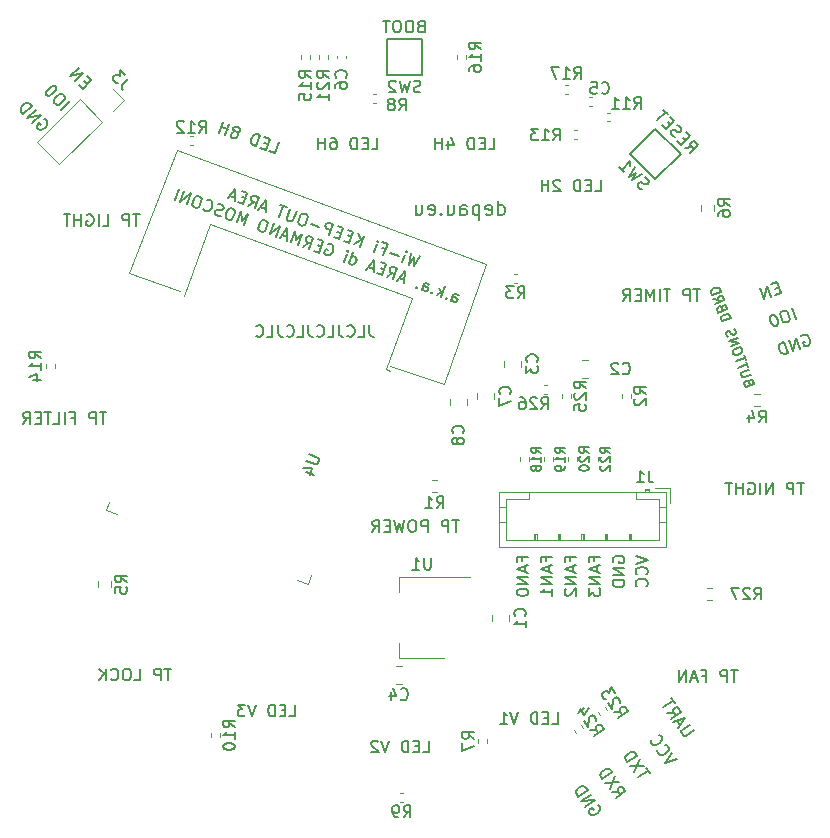
<source format=gbr>
%TF.GenerationSoftware,KiCad,Pcbnew,5.1.9*%
%TF.CreationDate,2021-04-14T19:17:29+02:00*%
%TF.ProjectId,custom-pcb,63757374-6f6d-42d7-9063-622e6b696361,rev?*%
%TF.SameCoordinates,Original*%
%TF.FileFunction,Legend,Bot*%
%TF.FilePolarity,Positive*%
%FSLAX46Y46*%
G04 Gerber Fmt 4.6, Leading zero omitted, Abs format (unit mm)*
G04 Created by KiCad (PCBNEW 5.1.9) date 2021-04-14 19:17:29*
%MOMM*%
%LPD*%
G01*
G04 APERTURE LIST*
%ADD10C,0.150000*%
%ADD11C,0.120000*%
G04 APERTURE END LIST*
D10*
X121973571Y-62137857D02*
X121973571Y-60937857D01*
X121973571Y-62080714D02*
X122087857Y-62137857D01*
X122316428Y-62137857D01*
X122430714Y-62080714D01*
X122487857Y-62023571D01*
X122545000Y-61909285D01*
X122545000Y-61566428D01*
X122487857Y-61452142D01*
X122430714Y-61395000D01*
X122316428Y-61337857D01*
X122087857Y-61337857D01*
X121973571Y-61395000D01*
X120945000Y-62080714D02*
X121059285Y-62137857D01*
X121287857Y-62137857D01*
X121402142Y-62080714D01*
X121459285Y-61966428D01*
X121459285Y-61509285D01*
X121402142Y-61395000D01*
X121287857Y-61337857D01*
X121059285Y-61337857D01*
X120945000Y-61395000D01*
X120887857Y-61509285D01*
X120887857Y-61623571D01*
X121459285Y-61737857D01*
X120373571Y-61337857D02*
X120373571Y-62537857D01*
X120373571Y-61395000D02*
X120259285Y-61337857D01*
X120030714Y-61337857D01*
X119916428Y-61395000D01*
X119859285Y-61452142D01*
X119802142Y-61566428D01*
X119802142Y-61909285D01*
X119859285Y-62023571D01*
X119916428Y-62080714D01*
X120030714Y-62137857D01*
X120259285Y-62137857D01*
X120373571Y-62080714D01*
X118773571Y-62137857D02*
X118773571Y-61509285D01*
X118830714Y-61395000D01*
X118945000Y-61337857D01*
X119173571Y-61337857D01*
X119287857Y-61395000D01*
X118773571Y-62080714D02*
X118887857Y-62137857D01*
X119173571Y-62137857D01*
X119287857Y-62080714D01*
X119345000Y-61966428D01*
X119345000Y-61852142D01*
X119287857Y-61737857D01*
X119173571Y-61680714D01*
X118887857Y-61680714D01*
X118773571Y-61623571D01*
X117687857Y-61337857D02*
X117687857Y-62137857D01*
X118202142Y-61337857D02*
X118202142Y-61966428D01*
X118145000Y-62080714D01*
X118030714Y-62137857D01*
X117859285Y-62137857D01*
X117745000Y-62080714D01*
X117687857Y-62023571D01*
X117116428Y-62023571D02*
X117059285Y-62080714D01*
X117116428Y-62137857D01*
X117173571Y-62080714D01*
X117116428Y-62023571D01*
X117116428Y-62137857D01*
X116087857Y-62080714D02*
X116202142Y-62137857D01*
X116430714Y-62137857D01*
X116545000Y-62080714D01*
X116602142Y-61966428D01*
X116602142Y-61509285D01*
X116545000Y-61395000D01*
X116430714Y-61337857D01*
X116202142Y-61337857D01*
X116087857Y-61395000D01*
X116030714Y-61509285D01*
X116030714Y-61623571D01*
X116602142Y-61737857D01*
X115002142Y-61337857D02*
X115002142Y-62137857D01*
X115516428Y-61337857D02*
X115516428Y-61966428D01*
X115459285Y-62080714D01*
X115345000Y-62137857D01*
X115173571Y-62137857D01*
X115059285Y-62080714D01*
X115002142Y-62023571D01*
X118649285Y-87971380D02*
X118077857Y-87971380D01*
X118363571Y-88971380D02*
X118363571Y-87971380D01*
X117744523Y-88971380D02*
X117744523Y-87971380D01*
X117363571Y-87971380D01*
X117268333Y-88019000D01*
X117220714Y-88066619D01*
X117173095Y-88161857D01*
X117173095Y-88304714D01*
X117220714Y-88399952D01*
X117268333Y-88447571D01*
X117363571Y-88495190D01*
X117744523Y-88495190D01*
X115982619Y-88971380D02*
X115982619Y-87971380D01*
X115601666Y-87971380D01*
X115506428Y-88019000D01*
X115458809Y-88066619D01*
X115411190Y-88161857D01*
X115411190Y-88304714D01*
X115458809Y-88399952D01*
X115506428Y-88447571D01*
X115601666Y-88495190D01*
X115982619Y-88495190D01*
X114792142Y-87971380D02*
X114601666Y-87971380D01*
X114506428Y-88019000D01*
X114411190Y-88114238D01*
X114363571Y-88304714D01*
X114363571Y-88638047D01*
X114411190Y-88828523D01*
X114506428Y-88923761D01*
X114601666Y-88971380D01*
X114792142Y-88971380D01*
X114887380Y-88923761D01*
X114982619Y-88828523D01*
X115030238Y-88638047D01*
X115030238Y-88304714D01*
X114982619Y-88114238D01*
X114887380Y-88019000D01*
X114792142Y-87971380D01*
X114030238Y-87971380D02*
X113792142Y-88971380D01*
X113601666Y-88257095D01*
X113411190Y-88971380D01*
X113173095Y-87971380D01*
X112792142Y-88447571D02*
X112458809Y-88447571D01*
X112315952Y-88971380D02*
X112792142Y-88971380D01*
X112792142Y-87971380D01*
X112315952Y-87971380D01*
X111315952Y-88971380D02*
X111649285Y-88495190D01*
X111887380Y-88971380D02*
X111887380Y-87971380D01*
X111506428Y-87971380D01*
X111411190Y-88019000D01*
X111363571Y-88066619D01*
X111315952Y-88161857D01*
X111315952Y-88304714D01*
X111363571Y-88399952D01*
X111411190Y-88447571D01*
X111506428Y-88495190D01*
X111887380Y-88495190D01*
X94281238Y-100544380D02*
X93709809Y-100544380D01*
X93995523Y-101544380D02*
X93995523Y-100544380D01*
X93376476Y-101544380D02*
X93376476Y-100544380D01*
X92995523Y-100544380D01*
X92900285Y-100592000D01*
X92852666Y-100639619D01*
X92805047Y-100734857D01*
X92805047Y-100877714D01*
X92852666Y-100972952D01*
X92900285Y-101020571D01*
X92995523Y-101068190D01*
X93376476Y-101068190D01*
X91138380Y-101544380D02*
X91614571Y-101544380D01*
X91614571Y-100544380D01*
X90614571Y-100544380D02*
X90424095Y-100544380D01*
X90328857Y-100592000D01*
X90233619Y-100687238D01*
X90186000Y-100877714D01*
X90186000Y-101211047D01*
X90233619Y-101401523D01*
X90328857Y-101496761D01*
X90424095Y-101544380D01*
X90614571Y-101544380D01*
X90709809Y-101496761D01*
X90805047Y-101401523D01*
X90852666Y-101211047D01*
X90852666Y-100877714D01*
X90805047Y-100687238D01*
X90709809Y-100592000D01*
X90614571Y-100544380D01*
X89186000Y-101449142D02*
X89233619Y-101496761D01*
X89376476Y-101544380D01*
X89471714Y-101544380D01*
X89614571Y-101496761D01*
X89709809Y-101401523D01*
X89757428Y-101306285D01*
X89805047Y-101115809D01*
X89805047Y-100972952D01*
X89757428Y-100782476D01*
X89709809Y-100687238D01*
X89614571Y-100592000D01*
X89471714Y-100544380D01*
X89376476Y-100544380D01*
X89233619Y-100592000D01*
X89186000Y-100639619D01*
X88757428Y-101544380D02*
X88757428Y-100544380D01*
X88186000Y-101544380D02*
X88614571Y-100972952D01*
X88186000Y-100544380D02*
X88757428Y-101115809D01*
X88788428Y-78827380D02*
X88217000Y-78827380D01*
X88502714Y-79827380D02*
X88502714Y-78827380D01*
X87883666Y-79827380D02*
X87883666Y-78827380D01*
X87502714Y-78827380D01*
X87407476Y-78875000D01*
X87359857Y-78922619D01*
X87312238Y-79017857D01*
X87312238Y-79160714D01*
X87359857Y-79255952D01*
X87407476Y-79303571D01*
X87502714Y-79351190D01*
X87883666Y-79351190D01*
X85788428Y-79303571D02*
X86121761Y-79303571D01*
X86121761Y-79827380D02*
X86121761Y-78827380D01*
X85645571Y-78827380D01*
X85264619Y-79827380D02*
X85264619Y-78827380D01*
X84312238Y-79827380D02*
X84788428Y-79827380D01*
X84788428Y-78827380D01*
X84121761Y-78827380D02*
X83550333Y-78827380D01*
X83836047Y-79827380D02*
X83836047Y-78827380D01*
X83217000Y-79303571D02*
X82883666Y-79303571D01*
X82740809Y-79827380D02*
X83217000Y-79827380D01*
X83217000Y-78827380D01*
X82740809Y-78827380D01*
X81740809Y-79827380D02*
X82074142Y-79351190D01*
X82312238Y-79827380D02*
X82312238Y-78827380D01*
X81931285Y-78827380D01*
X81836047Y-78875000D01*
X81788428Y-78922619D01*
X81740809Y-79017857D01*
X81740809Y-79160714D01*
X81788428Y-79255952D01*
X81836047Y-79303571D01*
X81931285Y-79351190D01*
X82312238Y-79351190D01*
X91606285Y-62063380D02*
X91034857Y-62063380D01*
X91320571Y-63063380D02*
X91320571Y-62063380D01*
X90701523Y-63063380D02*
X90701523Y-62063380D01*
X90320571Y-62063380D01*
X90225333Y-62111000D01*
X90177714Y-62158619D01*
X90130095Y-62253857D01*
X90130095Y-62396714D01*
X90177714Y-62491952D01*
X90225333Y-62539571D01*
X90320571Y-62587190D01*
X90701523Y-62587190D01*
X88463428Y-63063380D02*
X88939619Y-63063380D01*
X88939619Y-62063380D01*
X88130095Y-63063380D02*
X88130095Y-62063380D01*
X87130095Y-62111000D02*
X87225333Y-62063380D01*
X87368190Y-62063380D01*
X87511047Y-62111000D01*
X87606285Y-62206238D01*
X87653904Y-62301476D01*
X87701523Y-62491952D01*
X87701523Y-62634809D01*
X87653904Y-62825285D01*
X87606285Y-62920523D01*
X87511047Y-63015761D01*
X87368190Y-63063380D01*
X87272952Y-63063380D01*
X87130095Y-63015761D01*
X87082476Y-62968142D01*
X87082476Y-62634809D01*
X87272952Y-62634809D01*
X86653904Y-63063380D02*
X86653904Y-62063380D01*
X86653904Y-62539571D02*
X86082476Y-62539571D01*
X86082476Y-63063380D02*
X86082476Y-62063380D01*
X85749142Y-62063380D02*
X85177714Y-62063380D01*
X85463428Y-63063380D02*
X85463428Y-62063380D01*
X139072523Y-68413380D02*
X138501095Y-68413380D01*
X138786809Y-69413380D02*
X138786809Y-68413380D01*
X138167761Y-69413380D02*
X138167761Y-68413380D01*
X137786809Y-68413380D01*
X137691571Y-68461000D01*
X137643952Y-68508619D01*
X137596333Y-68603857D01*
X137596333Y-68746714D01*
X137643952Y-68841952D01*
X137691571Y-68889571D01*
X137786809Y-68937190D01*
X138167761Y-68937190D01*
X136548714Y-68413380D02*
X135977285Y-68413380D01*
X136263000Y-69413380D02*
X136263000Y-68413380D01*
X135643952Y-69413380D02*
X135643952Y-68413380D01*
X135167761Y-69413380D02*
X135167761Y-68413380D01*
X134834428Y-69127666D01*
X134501095Y-68413380D01*
X134501095Y-69413380D01*
X134024904Y-68889571D02*
X133691571Y-68889571D01*
X133548714Y-69413380D02*
X134024904Y-69413380D01*
X134024904Y-68413380D01*
X133548714Y-68413380D01*
X132548714Y-69413380D02*
X132882047Y-68937190D01*
X133120142Y-69413380D02*
X133120142Y-68413380D01*
X132739190Y-68413380D01*
X132643952Y-68461000D01*
X132596333Y-68508619D01*
X132548714Y-68603857D01*
X132548714Y-68746714D01*
X132596333Y-68841952D01*
X132643952Y-68889571D01*
X132739190Y-68937190D01*
X133120142Y-68937190D01*
X147859333Y-84796380D02*
X147287904Y-84796380D01*
X147573619Y-85796380D02*
X147573619Y-84796380D01*
X146954571Y-85796380D02*
X146954571Y-84796380D01*
X146573619Y-84796380D01*
X146478380Y-84844000D01*
X146430761Y-84891619D01*
X146383142Y-84986857D01*
X146383142Y-85129714D01*
X146430761Y-85224952D01*
X146478380Y-85272571D01*
X146573619Y-85320190D01*
X146954571Y-85320190D01*
X145192666Y-85796380D02*
X145192666Y-84796380D01*
X144621238Y-85796380D01*
X144621238Y-84796380D01*
X144145047Y-85796380D02*
X144145047Y-84796380D01*
X143145047Y-84844000D02*
X143240285Y-84796380D01*
X143383142Y-84796380D01*
X143526000Y-84844000D01*
X143621238Y-84939238D01*
X143668857Y-85034476D01*
X143716476Y-85224952D01*
X143716476Y-85367809D01*
X143668857Y-85558285D01*
X143621238Y-85653523D01*
X143526000Y-85748761D01*
X143383142Y-85796380D01*
X143287904Y-85796380D01*
X143145047Y-85748761D01*
X143097428Y-85701142D01*
X143097428Y-85367809D01*
X143287904Y-85367809D01*
X142668857Y-85796380D02*
X142668857Y-84796380D01*
X142668857Y-85272571D02*
X142097428Y-85272571D01*
X142097428Y-85796380D02*
X142097428Y-84796380D01*
X141764095Y-84796380D02*
X141192666Y-84796380D01*
X141478380Y-85796380D02*
X141478380Y-84796380D01*
X142247619Y-100671380D02*
X141676190Y-100671380D01*
X141961904Y-101671380D02*
X141961904Y-100671380D01*
X141342857Y-101671380D02*
X141342857Y-100671380D01*
X140961904Y-100671380D01*
X140866666Y-100719000D01*
X140819047Y-100766619D01*
X140771428Y-100861857D01*
X140771428Y-101004714D01*
X140819047Y-101099952D01*
X140866666Y-101147571D01*
X140961904Y-101195190D01*
X141342857Y-101195190D01*
X139247619Y-101147571D02*
X139580952Y-101147571D01*
X139580952Y-101671380D02*
X139580952Y-100671380D01*
X139104761Y-100671380D01*
X138771428Y-101385666D02*
X138295238Y-101385666D01*
X138866666Y-101671380D02*
X138533333Y-100671380D01*
X138200000Y-101671380D01*
X137866666Y-101671380D02*
X137866666Y-100671380D01*
X137295238Y-101671380D01*
X137295238Y-100671380D01*
X126515571Y-105227380D02*
X126991761Y-105227380D01*
X126991761Y-104227380D01*
X126182238Y-104703571D02*
X125848904Y-104703571D01*
X125706047Y-105227380D02*
X126182238Y-105227380D01*
X126182238Y-104227380D01*
X125706047Y-104227380D01*
X125277476Y-105227380D02*
X125277476Y-104227380D01*
X125039380Y-104227380D01*
X124896523Y-104275000D01*
X124801285Y-104370238D01*
X124753666Y-104465476D01*
X124706047Y-104655952D01*
X124706047Y-104798809D01*
X124753666Y-104989285D01*
X124801285Y-105084523D01*
X124896523Y-105179761D01*
X125039380Y-105227380D01*
X125277476Y-105227380D01*
X123658428Y-104227380D02*
X123325095Y-105227380D01*
X122991761Y-104227380D01*
X122134619Y-105227380D02*
X122706047Y-105227380D01*
X122420333Y-105227380D02*
X122420333Y-104227380D01*
X122515571Y-104370238D01*
X122610809Y-104465476D01*
X122706047Y-104513095D01*
X115593571Y-107640380D02*
X116069761Y-107640380D01*
X116069761Y-106640380D01*
X115260238Y-107116571D02*
X114926904Y-107116571D01*
X114784047Y-107640380D02*
X115260238Y-107640380D01*
X115260238Y-106640380D01*
X114784047Y-106640380D01*
X114355476Y-107640380D02*
X114355476Y-106640380D01*
X114117380Y-106640380D01*
X113974523Y-106688000D01*
X113879285Y-106783238D01*
X113831666Y-106878476D01*
X113784047Y-107068952D01*
X113784047Y-107211809D01*
X113831666Y-107402285D01*
X113879285Y-107497523D01*
X113974523Y-107592761D01*
X114117380Y-107640380D01*
X114355476Y-107640380D01*
X112736428Y-106640380D02*
X112403095Y-107640380D01*
X112069761Y-106640380D01*
X111784047Y-106735619D02*
X111736428Y-106688000D01*
X111641190Y-106640380D01*
X111403095Y-106640380D01*
X111307857Y-106688000D01*
X111260238Y-106735619D01*
X111212619Y-106830857D01*
X111212619Y-106926095D01*
X111260238Y-107068952D01*
X111831666Y-107640380D01*
X111212619Y-107640380D01*
X104290571Y-104592380D02*
X104766761Y-104592380D01*
X104766761Y-103592380D01*
X103957238Y-104068571D02*
X103623904Y-104068571D01*
X103481047Y-104592380D02*
X103957238Y-104592380D01*
X103957238Y-103592380D01*
X103481047Y-103592380D01*
X103052476Y-104592380D02*
X103052476Y-103592380D01*
X102814380Y-103592380D01*
X102671523Y-103640000D01*
X102576285Y-103735238D01*
X102528666Y-103830476D01*
X102481047Y-104020952D01*
X102481047Y-104163809D01*
X102528666Y-104354285D01*
X102576285Y-104449523D01*
X102671523Y-104544761D01*
X102814380Y-104592380D01*
X103052476Y-104592380D01*
X101433428Y-103592380D02*
X101100095Y-104592380D01*
X100766761Y-103592380D01*
X100528666Y-103592380D02*
X99909619Y-103592380D01*
X100242952Y-103973333D01*
X100100095Y-103973333D01*
X100004857Y-104020952D01*
X99957238Y-104068571D01*
X99909619Y-104163809D01*
X99909619Y-104401904D01*
X99957238Y-104497142D01*
X100004857Y-104544761D01*
X100100095Y-104592380D01*
X100385809Y-104592380D01*
X100481047Y-104544761D01*
X100528666Y-104497142D01*
X102585035Y-56743282D02*
X103032508Y-56906149D01*
X103374528Y-55966456D01*
X102450958Y-56137056D02*
X102137727Y-56023049D01*
X101824331Y-56466409D02*
X102271804Y-56629275D01*
X102613824Y-55689583D01*
X102166352Y-55526716D01*
X101421606Y-56319829D02*
X101763626Y-55380136D01*
X101539890Y-55298703D01*
X101389361Y-55294590D01*
X101267293Y-55351511D01*
X101189973Y-55424719D01*
X101080079Y-55587421D01*
X101031219Y-55721663D01*
X101010819Y-55916939D01*
X101022993Y-56022720D01*
X101079915Y-56144788D01*
X101197870Y-56238395D01*
X101421606Y-56319829D01*
X99827155Y-55131395D02*
X99932937Y-55119221D01*
X99993971Y-55090760D01*
X100071291Y-55017552D01*
X100087578Y-54972805D01*
X100075404Y-54867024D01*
X100046943Y-54805990D01*
X99973735Y-54728669D01*
X99794746Y-54663522D01*
X99688965Y-54675696D01*
X99627931Y-54704157D01*
X99550611Y-54777365D01*
X99534324Y-54822112D01*
X99546498Y-54927893D01*
X99574958Y-54988927D01*
X99648166Y-55066248D01*
X99827155Y-55131395D01*
X99900363Y-55208715D01*
X99928824Y-55269749D01*
X99940998Y-55375530D01*
X99875851Y-55554519D01*
X99798530Y-55627727D01*
X99737497Y-55656188D01*
X99631715Y-55668362D01*
X99452726Y-55603215D01*
X99379518Y-55525894D01*
X99351058Y-55464860D01*
X99338884Y-55359079D01*
X99404031Y-55180090D01*
X99481351Y-55106882D01*
X99542385Y-55078422D01*
X99648166Y-55066248D01*
X98871012Y-55391488D02*
X99213032Y-54451796D01*
X99050165Y-54899268D02*
X98513198Y-54703828D01*
X98334045Y-55196048D02*
X98676065Y-54256356D01*
X111243809Y-56586380D02*
X111720000Y-56586380D01*
X111720000Y-55586380D01*
X110910476Y-56062571D02*
X110577142Y-56062571D01*
X110434285Y-56586380D02*
X110910476Y-56586380D01*
X110910476Y-55586380D01*
X110434285Y-55586380D01*
X110005714Y-56586380D02*
X110005714Y-55586380D01*
X109767619Y-55586380D01*
X109624761Y-55634000D01*
X109529523Y-55729238D01*
X109481904Y-55824476D01*
X109434285Y-56014952D01*
X109434285Y-56157809D01*
X109481904Y-56348285D01*
X109529523Y-56443523D01*
X109624761Y-56538761D01*
X109767619Y-56586380D01*
X110005714Y-56586380D01*
X107815238Y-55586380D02*
X108005714Y-55586380D01*
X108100952Y-55634000D01*
X108148571Y-55681619D01*
X108243809Y-55824476D01*
X108291428Y-56014952D01*
X108291428Y-56395904D01*
X108243809Y-56491142D01*
X108196190Y-56538761D01*
X108100952Y-56586380D01*
X107910476Y-56586380D01*
X107815238Y-56538761D01*
X107767619Y-56491142D01*
X107720000Y-56395904D01*
X107720000Y-56157809D01*
X107767619Y-56062571D01*
X107815238Y-56014952D01*
X107910476Y-55967333D01*
X108100952Y-55967333D01*
X108196190Y-56014952D01*
X108243809Y-56062571D01*
X108291428Y-56157809D01*
X107291428Y-56586380D02*
X107291428Y-55586380D01*
X107291428Y-56062571D02*
X106720000Y-56062571D01*
X106720000Y-56586380D02*
X106720000Y-55586380D01*
X121149809Y-56586380D02*
X121626000Y-56586380D01*
X121626000Y-55586380D01*
X120816476Y-56062571D02*
X120483142Y-56062571D01*
X120340285Y-56586380D02*
X120816476Y-56586380D01*
X120816476Y-55586380D01*
X120340285Y-55586380D01*
X119911714Y-56586380D02*
X119911714Y-55586380D01*
X119673619Y-55586380D01*
X119530761Y-55634000D01*
X119435523Y-55729238D01*
X119387904Y-55824476D01*
X119340285Y-56014952D01*
X119340285Y-56157809D01*
X119387904Y-56348285D01*
X119435523Y-56443523D01*
X119530761Y-56538761D01*
X119673619Y-56586380D01*
X119911714Y-56586380D01*
X117721238Y-55919714D02*
X117721238Y-56586380D01*
X117959333Y-55538761D02*
X118197428Y-56253047D01*
X117578380Y-56253047D01*
X117197428Y-56586380D02*
X117197428Y-55586380D01*
X117197428Y-56062571D02*
X116626000Y-56062571D01*
X116626000Y-56586380D02*
X116626000Y-55586380D01*
X130166809Y-60142380D02*
X130643000Y-60142380D01*
X130643000Y-59142380D01*
X129833476Y-59618571D02*
X129500142Y-59618571D01*
X129357285Y-60142380D02*
X129833476Y-60142380D01*
X129833476Y-59142380D01*
X129357285Y-59142380D01*
X128928714Y-60142380D02*
X128928714Y-59142380D01*
X128690619Y-59142380D01*
X128547761Y-59190000D01*
X128452523Y-59285238D01*
X128404904Y-59380476D01*
X128357285Y-59570952D01*
X128357285Y-59713809D01*
X128404904Y-59904285D01*
X128452523Y-59999523D01*
X128547761Y-60094761D01*
X128690619Y-60142380D01*
X128928714Y-60142380D01*
X127214428Y-59237619D02*
X127166809Y-59190000D01*
X127071571Y-59142380D01*
X126833476Y-59142380D01*
X126738238Y-59190000D01*
X126690619Y-59237619D01*
X126643000Y-59332857D01*
X126643000Y-59428095D01*
X126690619Y-59570952D01*
X127262047Y-60142380D01*
X126643000Y-60142380D01*
X126214428Y-60142380D02*
X126214428Y-59142380D01*
X126214428Y-59618571D02*
X125643000Y-59618571D01*
X125643000Y-60142380D02*
X125643000Y-59142380D01*
X128071571Y-91424285D02*
X128071571Y-91090952D01*
X128595380Y-91090952D02*
X127595380Y-91090952D01*
X127595380Y-91567142D01*
X128309666Y-91900476D02*
X128309666Y-92376666D01*
X128595380Y-91805238D02*
X127595380Y-92138571D01*
X128595380Y-92471904D01*
X128595380Y-92805238D02*
X127595380Y-92805238D01*
X128595380Y-93376666D01*
X127595380Y-93376666D01*
X127690619Y-93805238D02*
X127643000Y-93852857D01*
X127595380Y-93948095D01*
X127595380Y-94186190D01*
X127643000Y-94281428D01*
X127690619Y-94329047D01*
X127785857Y-94376666D01*
X127881095Y-94376666D01*
X128023952Y-94329047D01*
X128595380Y-93757619D01*
X128595380Y-94376666D01*
X130103571Y-91424285D02*
X130103571Y-91090952D01*
X130627380Y-91090952D02*
X129627380Y-91090952D01*
X129627380Y-91567142D01*
X130341666Y-91900476D02*
X130341666Y-92376666D01*
X130627380Y-91805238D02*
X129627380Y-92138571D01*
X130627380Y-92471904D01*
X130627380Y-92805238D02*
X129627380Y-92805238D01*
X130627380Y-93376666D01*
X129627380Y-93376666D01*
X129627380Y-93757619D02*
X129627380Y-94376666D01*
X130008333Y-94043333D01*
X130008333Y-94186190D01*
X130055952Y-94281428D01*
X130103571Y-94329047D01*
X130198809Y-94376666D01*
X130436904Y-94376666D01*
X130532142Y-94329047D01*
X130579761Y-94281428D01*
X130627380Y-94186190D01*
X130627380Y-93900476D01*
X130579761Y-93805238D01*
X130532142Y-93757619D01*
X133615180Y-90995666D02*
X134615180Y-91329000D01*
X133615180Y-91662333D01*
X134519942Y-92567095D02*
X134567561Y-92519476D01*
X134615180Y-92376619D01*
X134615180Y-92281380D01*
X134567561Y-92138523D01*
X134472323Y-92043285D01*
X134377085Y-91995666D01*
X134186609Y-91948047D01*
X134043752Y-91948047D01*
X133853276Y-91995666D01*
X133758038Y-92043285D01*
X133662800Y-92138523D01*
X133615180Y-92281380D01*
X133615180Y-92376619D01*
X133662800Y-92519476D01*
X133710419Y-92567095D01*
X134519942Y-93567095D02*
X134567561Y-93519476D01*
X134615180Y-93376619D01*
X134615180Y-93281380D01*
X134567561Y-93138523D01*
X134472323Y-93043285D01*
X134377085Y-92995666D01*
X134186609Y-92948047D01*
X134043752Y-92948047D01*
X133853276Y-92995666D01*
X133758038Y-93043285D01*
X133662800Y-93138523D01*
X133615180Y-93281380D01*
X133615180Y-93376619D01*
X133662800Y-93519476D01*
X133710419Y-93567095D01*
X126039571Y-91424285D02*
X126039571Y-91090952D01*
X126563380Y-91090952D02*
X125563380Y-91090952D01*
X125563380Y-91567142D01*
X126277666Y-91900476D02*
X126277666Y-92376666D01*
X126563380Y-91805238D02*
X125563380Y-92138571D01*
X126563380Y-92471904D01*
X126563380Y-92805238D02*
X125563380Y-92805238D01*
X126563380Y-93376666D01*
X125563380Y-93376666D01*
X126563380Y-94376666D02*
X126563380Y-93805238D01*
X126563380Y-94090952D02*
X125563380Y-94090952D01*
X125706238Y-93995714D01*
X125801476Y-93900476D01*
X125849095Y-93805238D01*
X131707000Y-91567095D02*
X131659380Y-91471857D01*
X131659380Y-91329000D01*
X131707000Y-91186142D01*
X131802238Y-91090904D01*
X131897476Y-91043285D01*
X132087952Y-90995666D01*
X132230809Y-90995666D01*
X132421285Y-91043285D01*
X132516523Y-91090904D01*
X132611761Y-91186142D01*
X132659380Y-91329000D01*
X132659380Y-91424238D01*
X132611761Y-91567095D01*
X132564142Y-91614714D01*
X132230809Y-91614714D01*
X132230809Y-91424238D01*
X132659380Y-92043285D02*
X131659380Y-92043285D01*
X132659380Y-92614714D01*
X131659380Y-92614714D01*
X132659380Y-93090904D02*
X131659380Y-93090904D01*
X131659380Y-93329000D01*
X131707000Y-93471857D01*
X131802238Y-93567095D01*
X131897476Y-93614714D01*
X132087952Y-93662333D01*
X132230809Y-93662333D01*
X132421285Y-93614714D01*
X132516523Y-93567095D01*
X132611761Y-93471857D01*
X132659380Y-93329000D01*
X132659380Y-93090904D01*
X124007571Y-91424285D02*
X124007571Y-91090952D01*
X124531380Y-91090952D02*
X123531380Y-91090952D01*
X123531380Y-91567142D01*
X124245666Y-91900476D02*
X124245666Y-92376666D01*
X124531380Y-91805238D02*
X123531380Y-92138571D01*
X124531380Y-92471904D01*
X124531380Y-92805238D02*
X123531380Y-92805238D01*
X124531380Y-93376666D01*
X123531380Y-93376666D01*
X123531380Y-94043333D02*
X123531380Y-94138571D01*
X123579000Y-94233809D01*
X123626619Y-94281428D01*
X123721857Y-94329047D01*
X123912333Y-94376666D01*
X124150428Y-94376666D01*
X124340904Y-94329047D01*
X124436142Y-94281428D01*
X124483761Y-94233809D01*
X124531380Y-94138571D01*
X124531380Y-94043333D01*
X124483761Y-93948095D01*
X124436142Y-93900476D01*
X124340904Y-93852857D01*
X124150428Y-93805238D01*
X123912333Y-93805238D01*
X123721857Y-93852857D01*
X123626619Y-93900476D01*
X123579000Y-93948095D01*
X123531380Y-94043333D01*
X138523574Y-105767641D02*
X137860451Y-106231964D01*
X137755123Y-106247584D01*
X137688803Y-106235889D01*
X137595169Y-106185188D01*
X137485916Y-106029159D01*
X137470297Y-105923832D01*
X137481991Y-105857511D01*
X137532693Y-105763878D01*
X138195816Y-105299554D01*
X137364889Y-105358186D02*
X137091757Y-104968114D01*
X137185472Y-105600080D02*
X137813431Y-104753452D01*
X136803087Y-105053978D01*
X136284137Y-104312841D02*
X136865402Y-104312760D01*
X136611895Y-104780927D02*
X137431047Y-104207351D01*
X137212542Y-103895293D01*
X137118908Y-103844592D01*
X137052588Y-103832898D01*
X136947260Y-103848517D01*
X136830239Y-103930456D01*
X136779537Y-104024090D01*
X136767843Y-104090410D01*
X136783462Y-104195738D01*
X137001968Y-104507796D01*
X136939410Y-103505221D02*
X136611652Y-103037134D01*
X135956379Y-103844754D02*
X136775531Y-103271177D01*
X143209115Y-76313338D02*
X143134230Y-76218974D01*
X143085402Y-76196205D01*
X143000777Y-76186466D01*
X142893384Y-76225554D01*
X142834818Y-76287411D01*
X142812049Y-76336238D01*
X142802310Y-76420863D01*
X142906545Y-76707245D01*
X143658299Y-76433629D01*
X143567094Y-76183045D01*
X143505237Y-76124478D01*
X143456410Y-76101710D01*
X143371785Y-76091971D01*
X143300189Y-76118029D01*
X143241623Y-76179886D01*
X143218855Y-76228713D01*
X143209115Y-76313338D01*
X143300321Y-76563923D01*
X143384683Y-75681875D02*
X142776120Y-75903374D01*
X142691495Y-75893635D01*
X142642668Y-75870866D01*
X142580811Y-75812300D01*
X142528694Y-75669109D01*
X142538433Y-75584484D01*
X142561202Y-75535657D01*
X142619768Y-75473800D01*
X143228331Y-75252301D01*
X143137125Y-75001717D02*
X142980773Y-74572143D01*
X142307195Y-75060546D02*
X143058949Y-74786930D01*
X142928656Y-74428952D02*
X142772304Y-73999378D01*
X142098726Y-74487781D02*
X142850480Y-74214165D01*
X142628981Y-73605602D02*
X142576864Y-73462411D01*
X142515007Y-73403844D01*
X142417353Y-73358307D01*
X142261132Y-73374627D01*
X142010548Y-73465832D01*
X141880386Y-73553748D01*
X141834849Y-73651402D01*
X141825110Y-73736027D01*
X141877227Y-73879218D01*
X141939084Y-73937784D01*
X142036738Y-73983321D01*
X142192958Y-73967002D01*
X142443543Y-73875796D01*
X142573705Y-73787881D01*
X142619242Y-73690227D01*
X142628981Y-73605602D01*
X141642699Y-73234857D02*
X142394453Y-72961241D01*
X141486347Y-72805284D01*
X142238101Y-72531668D01*
X141404881Y-72470074D02*
X141329995Y-72375710D01*
X141264848Y-72196721D01*
X141274587Y-72112096D01*
X141297356Y-72063269D01*
X141355922Y-72001412D01*
X141427518Y-71975354D01*
X141512143Y-71985093D01*
X141560970Y-72007861D01*
X141622826Y-72066427D01*
X141710741Y-72196589D01*
X141772598Y-72255156D01*
X141821425Y-72277924D01*
X141906050Y-72287663D01*
X141977646Y-72261605D01*
X142036212Y-72199748D01*
X142058980Y-72150921D01*
X142068720Y-72066296D01*
X142003573Y-71887307D01*
X141928687Y-71792943D01*
X140886997Y-71158584D02*
X141638751Y-70884968D01*
X141573605Y-70705979D01*
X141498719Y-70611615D01*
X141401065Y-70566078D01*
X141316440Y-70556339D01*
X141160219Y-70572658D01*
X141052826Y-70611746D01*
X140922664Y-70699662D01*
X140864097Y-70761518D01*
X140818560Y-70859172D01*
X140821851Y-70979595D01*
X140886997Y-71158584D01*
X140915952Y-70012923D02*
X140841066Y-69918559D01*
X140792239Y-69895790D01*
X140707614Y-69886051D01*
X140600220Y-69925139D01*
X140541654Y-69986996D01*
X140518886Y-70035823D01*
X140509147Y-70120448D01*
X140613381Y-70406830D01*
X141365135Y-70133214D01*
X141273930Y-69882629D01*
X141212073Y-69824063D01*
X141163246Y-69801295D01*
X141078621Y-69791555D01*
X141007026Y-69817614D01*
X140948459Y-69879471D01*
X140925691Y-69928298D01*
X140915952Y-70012923D01*
X141007157Y-70263507D01*
X140183413Y-69225502D02*
X140632597Y-69345794D01*
X140339765Y-69655076D02*
X141091519Y-69381460D01*
X140987284Y-69095077D01*
X140925428Y-69036511D01*
X140876601Y-69013743D01*
X140791976Y-69004004D01*
X140684582Y-69043092D01*
X140626016Y-69104948D01*
X140603248Y-69153775D01*
X140593509Y-69238400D01*
X140697743Y-69524783D01*
X140066149Y-68903322D02*
X140817903Y-68629706D01*
X140752756Y-68450717D01*
X140677871Y-68356353D01*
X140580216Y-68310816D01*
X140495591Y-68301077D01*
X140339371Y-68317396D01*
X140231977Y-68356484D01*
X140101815Y-68444399D01*
X140043249Y-68506256D01*
X139997712Y-68603910D01*
X140001002Y-68724333D01*
X140066149Y-68903322D01*
X87152853Y-51067425D02*
X86917151Y-50831723D01*
X86445746Y-51101097D02*
X86782464Y-51437814D01*
X87489571Y-50730708D01*
X87152853Y-50393990D01*
X86142701Y-50798051D02*
X86849808Y-50090944D01*
X85738640Y-50393990D01*
X86445746Y-49686883D01*
X130386586Y-112097327D02*
X130480220Y-112148028D01*
X130562159Y-112265050D01*
X130605091Y-112409385D01*
X130581703Y-112542026D01*
X130531002Y-112635659D01*
X130402286Y-112783919D01*
X130285264Y-112865859D01*
X130101922Y-112936104D01*
X129996595Y-112951723D01*
X129863954Y-112928335D01*
X129743007Y-112838627D01*
X129688381Y-112760612D01*
X129645449Y-112616277D01*
X129657143Y-112549957D01*
X129930193Y-112358765D01*
X130039446Y-112514794D01*
X129333310Y-112253518D02*
X130152462Y-111679942D01*
X129005552Y-111785431D01*
X129824704Y-111211855D01*
X128732420Y-111395359D02*
X129551572Y-110821782D01*
X129415006Y-110626746D01*
X129294060Y-110537038D01*
X129161419Y-110513649D01*
X129056091Y-110529268D01*
X128872749Y-110599514D01*
X128755727Y-110681453D01*
X128627012Y-110829713D01*
X128576310Y-110923347D01*
X128552922Y-111055988D01*
X128595854Y-111200323D01*
X128732420Y-111395359D01*
X131583815Y-111041576D02*
X132165080Y-111041495D01*
X131911573Y-111509663D02*
X132730725Y-110936086D01*
X132512220Y-110624028D01*
X132418586Y-110573327D01*
X132352266Y-110561633D01*
X132246938Y-110577252D01*
X132129916Y-110659192D01*
X132079215Y-110752825D01*
X132067521Y-110819146D01*
X132083140Y-110924473D01*
X132301645Y-111236531D01*
X132211775Y-110194949D02*
X131010239Y-110222424D01*
X131829391Y-109648847D02*
X131392623Y-110768525D01*
X130791733Y-109910366D02*
X131610885Y-109336790D01*
X131474319Y-109141753D01*
X131353373Y-109052045D01*
X131220732Y-109028657D01*
X131115404Y-109044276D01*
X130932062Y-109114521D01*
X130815040Y-109196461D01*
X130686325Y-109344720D01*
X130635623Y-109438354D01*
X130612235Y-109570995D01*
X130655167Y-109715330D01*
X130791733Y-109910366D01*
X134776382Y-109431590D02*
X134448624Y-108963503D01*
X133793351Y-109771123D02*
X134612503Y-109197547D01*
X134312058Y-108768467D02*
X133110521Y-108795942D01*
X133929674Y-108222366D02*
X133492906Y-109342043D01*
X132892016Y-108483884D02*
X133711168Y-107910308D01*
X133574602Y-107715271D01*
X133453656Y-107625563D01*
X133321015Y-107602175D01*
X133215687Y-107617794D01*
X133032345Y-107688039D01*
X132915323Y-107769979D01*
X132786608Y-107918239D01*
X132735906Y-108011872D01*
X132712518Y-108144513D01*
X132755450Y-108288848D01*
X132892016Y-108483884D01*
X137103351Y-108220101D02*
X136093007Y-108520627D01*
X136720967Y-107673999D01*
X135460879Y-107451812D02*
X135449185Y-107518132D01*
X135492118Y-107662467D01*
X135546744Y-107740482D01*
X135667691Y-107830190D01*
X135800331Y-107853579D01*
X135905659Y-107837959D01*
X136089001Y-107767714D01*
X136206023Y-107685775D01*
X136334739Y-107537515D01*
X136385440Y-107443881D01*
X136408828Y-107311240D01*
X136365896Y-107166905D01*
X136311270Y-107088891D01*
X136190323Y-106999182D01*
X136124002Y-106987488D01*
X134887303Y-106632660D02*
X134875609Y-106698980D01*
X134918541Y-106843315D01*
X134973167Y-106921330D01*
X135094114Y-107011038D01*
X135226755Y-107034426D01*
X135332083Y-107018807D01*
X135515425Y-106948562D01*
X135632446Y-106866622D01*
X135761162Y-106718363D01*
X135811864Y-106624729D01*
X135835252Y-106492088D01*
X135792319Y-106347753D01*
X135737693Y-106269739D01*
X135616746Y-106180030D01*
X135550426Y-106168336D01*
X147610946Y-72421566D02*
X147684154Y-72344246D01*
X147818395Y-72295386D01*
X147968924Y-72291273D01*
X148090992Y-72348194D01*
X148168312Y-72421402D01*
X148278206Y-72584104D01*
X148327066Y-72718346D01*
X148347466Y-72913622D01*
X148335292Y-73019403D01*
X148278371Y-73141471D01*
X148160416Y-73235078D01*
X148070921Y-73267652D01*
X147920393Y-73271764D01*
X147859359Y-73243304D01*
X147745352Y-72930073D01*
X147924341Y-72864926D01*
X147489207Y-73479379D02*
X147147186Y-72539686D01*
X146952239Y-73674819D01*
X146610219Y-72735126D01*
X146504767Y-73837685D02*
X146162746Y-72897993D01*
X145939010Y-72979426D01*
X145821055Y-73073033D01*
X145764134Y-73195101D01*
X145751960Y-73300882D01*
X145772359Y-73496158D01*
X145821219Y-73630400D01*
X145931113Y-73793102D01*
X146008434Y-73866310D01*
X146130502Y-73923231D01*
X146281030Y-73919119D01*
X146504767Y-73837685D01*
X147144416Y-70949078D02*
X146802395Y-70009386D01*
X146175934Y-70237399D02*
X145996945Y-70302546D01*
X145923737Y-70379867D01*
X145866816Y-70501934D01*
X145887215Y-70697210D01*
X146001222Y-71010441D01*
X146111116Y-71173143D01*
X146233183Y-71230065D01*
X146338965Y-71242239D01*
X146517954Y-71177092D01*
X146591162Y-71099771D01*
X146648083Y-70977703D01*
X146627683Y-70782428D01*
X146513677Y-70469197D01*
X146403783Y-70306494D01*
X146281715Y-70249573D01*
X146175934Y-70237399D01*
X145191494Y-70595706D02*
X145101999Y-70628279D01*
X145028791Y-70705600D01*
X145000331Y-70766634D01*
X144988157Y-70872415D01*
X145008556Y-71067691D01*
X145089990Y-71291427D01*
X145199884Y-71454130D01*
X145277204Y-71527337D01*
X145338238Y-71555798D01*
X145444019Y-71567972D01*
X145533514Y-71535399D01*
X145606722Y-71458078D01*
X145635182Y-71397044D01*
X145647356Y-71291263D01*
X145626957Y-71095987D01*
X145545523Y-70872251D01*
X145435630Y-70709548D01*
X145358309Y-70636341D01*
X145297275Y-70607880D01*
X145191494Y-70595706D01*
X145703152Y-68260435D02*
X145389921Y-68374442D01*
X145434833Y-68915522D02*
X145882306Y-68752655D01*
X145540285Y-67812962D01*
X145092813Y-67975829D01*
X145032107Y-69062102D02*
X144690087Y-68122409D01*
X144495140Y-69257542D01*
X144153120Y-68317849D01*
X84992003Y-53239455D02*
X85699109Y-52532348D01*
X85227705Y-52060944D02*
X85093018Y-51926257D01*
X84992003Y-51892585D01*
X84857316Y-51892585D01*
X84688957Y-51993600D01*
X84453255Y-52229302D01*
X84352239Y-52397661D01*
X84352239Y-52532348D01*
X84385911Y-52633363D01*
X84520598Y-52768050D01*
X84621613Y-52801722D01*
X84756300Y-52801722D01*
X84924659Y-52700707D01*
X85160361Y-52465005D01*
X85261377Y-52296646D01*
X85261377Y-52161959D01*
X85227705Y-52060944D01*
X84486926Y-51320165D02*
X84419583Y-51252822D01*
X84318568Y-51219150D01*
X84251224Y-51219150D01*
X84150209Y-51252822D01*
X83981850Y-51353837D01*
X83813491Y-51522196D01*
X83712476Y-51690554D01*
X83678804Y-51791570D01*
X83678804Y-51858913D01*
X83712476Y-51959928D01*
X83779820Y-52027272D01*
X83880835Y-52060944D01*
X83948178Y-52060944D01*
X84049194Y-52027272D01*
X84217552Y-51926257D01*
X84385911Y-51757898D01*
X84486926Y-51589539D01*
X84520598Y-51488524D01*
X84520598Y-51421180D01*
X84486926Y-51320165D01*
X83521422Y-54014107D02*
X83622437Y-54047779D01*
X83723452Y-54148794D01*
X83790796Y-54283481D01*
X83790796Y-54418168D01*
X83757124Y-54519183D01*
X83656109Y-54687542D01*
X83555094Y-54788557D01*
X83386735Y-54889573D01*
X83285720Y-54923244D01*
X83151033Y-54923244D01*
X83016346Y-54855901D01*
X82949002Y-54788557D01*
X82881659Y-54653870D01*
X82881659Y-54586527D01*
X83117361Y-54350825D01*
X83252048Y-54485512D01*
X82511269Y-54350825D02*
X83218376Y-53643718D01*
X82107208Y-53946764D01*
X82814315Y-53239657D01*
X81770491Y-53610046D02*
X82477598Y-52902939D01*
X82309239Y-52734581D01*
X82174552Y-52667237D01*
X82039865Y-52667237D01*
X81938850Y-52700909D01*
X81770491Y-52801924D01*
X81669476Y-52902939D01*
X81568460Y-53071298D01*
X81534789Y-53172313D01*
X81534789Y-53307000D01*
X81602132Y-53441687D01*
X81770491Y-53610046D01*
X115368477Y-65617188D02*
X114802720Y-66475447D01*
X114868031Y-65739091D01*
X114444742Y-66345154D01*
X114563026Y-65324028D01*
X113863028Y-66133427D02*
X114091041Y-65506965D01*
X114205048Y-65193734D02*
X114233509Y-65254768D01*
X114172475Y-65283229D01*
X114144014Y-65222195D01*
X114205048Y-65193734D01*
X114172475Y-65283229D01*
X113545848Y-65612582D02*
X112829892Y-65351995D01*
X112118049Y-64940880D02*
X112431280Y-65054887D01*
X112252126Y-65547107D02*
X112594146Y-64607414D01*
X112146674Y-64444547D01*
X111446675Y-65253947D02*
X111674689Y-64627485D01*
X111788695Y-64314254D02*
X111817156Y-64375288D01*
X111756122Y-64403748D01*
X111727662Y-64342715D01*
X111788695Y-64314254D01*
X111756122Y-64403748D01*
X110283246Y-64830493D02*
X110625267Y-63890800D01*
X109746279Y-64635053D02*
X110344445Y-64244666D01*
X110088299Y-63695360D02*
X110429826Y-64427768D01*
X109522707Y-63996253D02*
X109209476Y-63882246D01*
X108896081Y-64325606D02*
X109343554Y-64488473D01*
X109685574Y-63548780D01*
X109238101Y-63385914D01*
X108672509Y-63686806D02*
X108359278Y-63572799D01*
X108045883Y-64016159D02*
X108493356Y-64179026D01*
X108835376Y-63239333D01*
X108387903Y-63076467D01*
X107643158Y-63869579D02*
X107985178Y-62929887D01*
X107627200Y-62799593D01*
X107521418Y-62811767D01*
X107460384Y-62840228D01*
X107383064Y-62913436D01*
X107334204Y-63047677D01*
X107346378Y-63153459D01*
X107374838Y-63214493D01*
X107448046Y-63291813D01*
X107806024Y-63422107D01*
X106833758Y-63169581D02*
X106117802Y-62908994D01*
X105703067Y-62099266D02*
X105524078Y-62034120D01*
X105418297Y-62046294D01*
X105296229Y-62103215D01*
X105186335Y-62265917D01*
X105072328Y-62579148D01*
X105051929Y-62774424D01*
X105108850Y-62896492D01*
X105182058Y-62973812D01*
X105361047Y-63038959D01*
X105466828Y-63026785D01*
X105588896Y-62969864D01*
X105698790Y-62807161D01*
X105812797Y-62493931D01*
X105833196Y-62298655D01*
X105776275Y-62176587D01*
X105703067Y-62099266D01*
X104897616Y-61806106D02*
X104620743Y-62566810D01*
X104543422Y-62640018D01*
X104482388Y-62668478D01*
X104376607Y-62680652D01*
X104197618Y-62615505D01*
X104124410Y-62538185D01*
X104095950Y-62477151D01*
X104083776Y-62371370D01*
X104360649Y-61610666D01*
X104047418Y-61496659D02*
X103510451Y-61301219D01*
X103436914Y-62338632D02*
X103778935Y-61398939D01*
X102281711Y-61614122D02*
X101834238Y-61451255D01*
X102273485Y-61915178D02*
X102302275Y-60861479D01*
X101647024Y-61687165D01*
X100796826Y-61377718D02*
X101272923Y-61044252D01*
X101333793Y-61573158D02*
X101675813Y-60633466D01*
X101317835Y-60503172D01*
X101212054Y-60515346D01*
X101151020Y-60543807D01*
X101073699Y-60617015D01*
X101024839Y-60751257D01*
X101037013Y-60857038D01*
X101065474Y-60918072D01*
X101138681Y-60995392D01*
X101496660Y-61125686D01*
X100573254Y-60738918D02*
X100260023Y-60624912D01*
X99946628Y-61068271D02*
X100394100Y-61231138D01*
X100736120Y-60291446D01*
X100288648Y-60128579D01*
X99686369Y-60669494D02*
X99238897Y-60506628D01*
X99678144Y-60970551D02*
X99706933Y-59916852D01*
X99051682Y-60742538D01*
X117997158Y-69394021D02*
X118176311Y-68901801D01*
X118253632Y-68828593D01*
X118359413Y-68816419D01*
X118538402Y-68881566D01*
X118611610Y-68958886D01*
X118013445Y-69349273D02*
X118086652Y-69426594D01*
X118310389Y-69508027D01*
X118416170Y-69495853D01*
X118493491Y-69422646D01*
X118526064Y-69333151D01*
X118513890Y-69227370D01*
X118440682Y-69150049D01*
X118216946Y-69068616D01*
X118143738Y-68991295D01*
X117582259Y-69141659D02*
X117521225Y-69170120D01*
X117549685Y-69231154D01*
X117610719Y-69202693D01*
X117582259Y-69141659D01*
X117549685Y-69231154D01*
X117102213Y-69068287D02*
X117444233Y-68128595D01*
X117143011Y-68677736D02*
X116744234Y-68937994D01*
X116972248Y-68311532D02*
X117199933Y-68799804D01*
X116374082Y-68701919D02*
X116313048Y-68730380D01*
X116341509Y-68791414D01*
X116402543Y-68762953D01*
X116374082Y-68701919D01*
X116341509Y-68791414D01*
X115491311Y-68481967D02*
X115670464Y-67989747D01*
X115747785Y-67916539D01*
X115853566Y-67904365D01*
X116032555Y-67969512D01*
X116105763Y-68046832D01*
X115507598Y-68437220D02*
X115580805Y-68514540D01*
X115804542Y-68595974D01*
X115910323Y-68583800D01*
X115987644Y-68510592D01*
X116020217Y-68421097D01*
X116008043Y-68315316D01*
X115934835Y-68237995D01*
X115711099Y-68156562D01*
X115637891Y-68079242D01*
X115076412Y-68229606D02*
X115015378Y-68258066D01*
X115043838Y-68319100D01*
X115104872Y-68290640D01*
X115076412Y-68229606D01*
X115043838Y-68319100D01*
X114022877Y-67643450D02*
X113575404Y-67480583D01*
X114014651Y-67944507D02*
X114043440Y-66890807D01*
X113388189Y-67716493D01*
X112537991Y-67407046D02*
X113014089Y-67073581D01*
X113074958Y-67602487D02*
X113416979Y-66662794D01*
X113059000Y-66532501D01*
X112953219Y-66544674D01*
X112892185Y-66573135D01*
X112814865Y-66646343D01*
X112766005Y-66780585D01*
X112778179Y-66886366D01*
X112806639Y-66947400D01*
X112879847Y-67024720D01*
X113237825Y-67155014D01*
X112314419Y-66768246D02*
X112001188Y-66654240D01*
X111687793Y-67097600D02*
X112135266Y-67260466D01*
X112477286Y-66320774D01*
X112029813Y-66157907D01*
X111427535Y-66698823D02*
X110980062Y-66535956D01*
X111419310Y-66999880D02*
X111448099Y-65946180D01*
X110792848Y-66771866D01*
X109360935Y-66250693D02*
X109702955Y-65311000D01*
X109377222Y-66205945D02*
X109450430Y-66283266D01*
X109629419Y-66348413D01*
X109735200Y-66336239D01*
X109796234Y-66307778D01*
X109873555Y-66234570D01*
X109971275Y-65966087D01*
X109959101Y-65860305D01*
X109930640Y-65799272D01*
X109857432Y-65721951D01*
X109678443Y-65656804D01*
X109572662Y-65668978D01*
X108913463Y-66087826D02*
X109141476Y-65461364D01*
X109255483Y-65148133D02*
X109283943Y-65209167D01*
X109222909Y-65237628D01*
X109194449Y-65176594D01*
X109255483Y-65148133D01*
X109222909Y-65237628D01*
X107583547Y-64590274D02*
X107689328Y-64578100D01*
X107823570Y-64626960D01*
X107941525Y-64720567D01*
X107998446Y-64842635D01*
X108010620Y-64948416D01*
X107990221Y-65143692D01*
X107941361Y-65277934D01*
X107831467Y-65440636D01*
X107754146Y-65513844D01*
X107632078Y-65570765D01*
X107481550Y-65566652D01*
X107392055Y-65534079D01*
X107274100Y-65440472D01*
X107245640Y-65379438D01*
X107359646Y-65066207D01*
X107538636Y-65131354D01*
X106989494Y-64830132D02*
X106676264Y-64716126D01*
X106362868Y-65159486D02*
X106810341Y-65322352D01*
X107152361Y-64382660D01*
X106704888Y-64219793D01*
X105423176Y-64817465D02*
X105899273Y-64483999D01*
X105960143Y-65012905D02*
X106302163Y-64073213D01*
X105944185Y-63942919D01*
X105838404Y-63955093D01*
X105777370Y-63983554D01*
X105700049Y-64056762D01*
X105651189Y-64191004D01*
X105663363Y-64296785D01*
X105691824Y-64357819D01*
X105765031Y-64435139D01*
X106123010Y-64565433D01*
X105020450Y-64670885D02*
X105362470Y-63731193D01*
X104804939Y-64288395D01*
X104736009Y-63503179D01*
X104393989Y-64442872D01*
X104088983Y-64027808D02*
X103641510Y-63864941D01*
X104080758Y-64328865D02*
X104109547Y-63275166D01*
X103454296Y-64100852D01*
X103141065Y-63986845D02*
X103483085Y-63047152D01*
X102604098Y-63791405D01*
X102946118Y-62851712D01*
X102319656Y-62623699D02*
X102140667Y-62558552D01*
X102034886Y-62570726D01*
X101912818Y-62627647D01*
X101802924Y-62790350D01*
X101688917Y-63103581D01*
X101668518Y-63298856D01*
X101725439Y-63420924D01*
X101798647Y-63498245D01*
X101977636Y-63563392D01*
X102083417Y-63551218D01*
X102205485Y-63494296D01*
X102315379Y-63331594D01*
X102429386Y-63018363D01*
X102449785Y-62823087D01*
X102392864Y-62701020D01*
X102319656Y-62623699D01*
X100456229Y-63009645D02*
X100798249Y-62069952D01*
X100240718Y-62627154D01*
X100171787Y-61841939D01*
X99829767Y-62781631D01*
X99545326Y-61613925D02*
X99366337Y-61548778D01*
X99260555Y-61560952D01*
X99138487Y-61617874D01*
X99028593Y-61780576D01*
X98914587Y-62093807D01*
X98894187Y-62289083D01*
X98951109Y-62411150D01*
X99024316Y-62488471D01*
X99203305Y-62553618D01*
X99309087Y-62541444D01*
X99431155Y-62484523D01*
X99541049Y-62321820D01*
X99655055Y-62008589D01*
X99675455Y-61813314D01*
X99618533Y-61691246D01*
X99545326Y-61613925D01*
X98458889Y-62231997D02*
X98308360Y-62227884D01*
X98084624Y-62146451D01*
X98011416Y-62069130D01*
X97982955Y-62008096D01*
X97970781Y-61902315D01*
X98003355Y-61812821D01*
X98080675Y-61739613D01*
X98141709Y-61711152D01*
X98247491Y-61698978D01*
X98442766Y-61719378D01*
X98548547Y-61707204D01*
X98609581Y-61678743D01*
X98686902Y-61605535D01*
X98719475Y-61516041D01*
X98707301Y-61410260D01*
X98678841Y-61349226D01*
X98605633Y-61271905D01*
X98381897Y-61190472D01*
X98231368Y-61186359D01*
X96998515Y-61649790D02*
X97026976Y-61710823D01*
X97144931Y-61804431D01*
X97234426Y-61837004D01*
X97384954Y-61841117D01*
X97507022Y-61784196D01*
X97584343Y-61710988D01*
X97694237Y-61548285D01*
X97743097Y-61414044D01*
X97763496Y-61218768D01*
X97751322Y-61112987D01*
X97694401Y-60990919D01*
X97576446Y-60897312D01*
X97486951Y-60864738D01*
X97336423Y-60860625D01*
X97275389Y-60889086D01*
X96726248Y-60587865D02*
X96547259Y-60522718D01*
X96441477Y-60534892D01*
X96319410Y-60591813D01*
X96209516Y-60754516D01*
X96095509Y-61067746D01*
X96075109Y-61263022D01*
X96132031Y-61385090D01*
X96205239Y-61462411D01*
X96384228Y-61527557D01*
X96490009Y-61515383D01*
X96612077Y-61458462D01*
X96721971Y-61295760D01*
X96835977Y-60982529D01*
X96856377Y-60787253D01*
X96799456Y-60665185D01*
X96726248Y-60587865D01*
X95578777Y-61234397D02*
X95920797Y-60294705D01*
X95041810Y-61038957D01*
X95383830Y-60099265D01*
X94594337Y-60876090D02*
X94936357Y-59936398D01*
D11*
X117348000Y-76454000D02*
X112776000Y-74930000D01*
X120904000Y-66294000D02*
X117348000Y-76454000D01*
X94742000Y-56642000D02*
X120904000Y-66294000D01*
X90678000Y-67056000D02*
X94742000Y-56642000D01*
X94996000Y-68580000D02*
X90678000Y-67056000D01*
D10*
X111045047Y-71461380D02*
X111045047Y-72175666D01*
X111092666Y-72318523D01*
X111187904Y-72413761D01*
X111330761Y-72461380D01*
X111426000Y-72461380D01*
X110092666Y-72461380D02*
X110568857Y-72461380D01*
X110568857Y-71461380D01*
X109187904Y-72366142D02*
X109235523Y-72413761D01*
X109378380Y-72461380D01*
X109473619Y-72461380D01*
X109616476Y-72413761D01*
X109711714Y-72318523D01*
X109759333Y-72223285D01*
X109806952Y-72032809D01*
X109806952Y-71889952D01*
X109759333Y-71699476D01*
X109711714Y-71604238D01*
X109616476Y-71509000D01*
X109473619Y-71461380D01*
X109378380Y-71461380D01*
X109235523Y-71509000D01*
X109187904Y-71556619D01*
X108473619Y-71461380D02*
X108473619Y-72175666D01*
X108521238Y-72318523D01*
X108616476Y-72413761D01*
X108759333Y-72461380D01*
X108854571Y-72461380D01*
X107521238Y-72461380D02*
X107997428Y-72461380D01*
X107997428Y-71461380D01*
X106616476Y-72366142D02*
X106664095Y-72413761D01*
X106806952Y-72461380D01*
X106902190Y-72461380D01*
X107045047Y-72413761D01*
X107140285Y-72318523D01*
X107187904Y-72223285D01*
X107235523Y-72032809D01*
X107235523Y-71889952D01*
X107187904Y-71699476D01*
X107140285Y-71604238D01*
X107045047Y-71509000D01*
X106902190Y-71461380D01*
X106806952Y-71461380D01*
X106664095Y-71509000D01*
X106616476Y-71556619D01*
X105902190Y-71461380D02*
X105902190Y-72175666D01*
X105949809Y-72318523D01*
X106045047Y-72413761D01*
X106187904Y-72461380D01*
X106283142Y-72461380D01*
X104949809Y-72461380D02*
X105426000Y-72461380D01*
X105426000Y-71461380D01*
X104045047Y-72366142D02*
X104092666Y-72413761D01*
X104235523Y-72461380D01*
X104330761Y-72461380D01*
X104473619Y-72413761D01*
X104568857Y-72318523D01*
X104616476Y-72223285D01*
X104664095Y-72032809D01*
X104664095Y-71889952D01*
X104616476Y-71699476D01*
X104568857Y-71604238D01*
X104473619Y-71509000D01*
X104330761Y-71461380D01*
X104235523Y-71461380D01*
X104092666Y-71509000D01*
X104045047Y-71556619D01*
X103330761Y-71461380D02*
X103330761Y-72175666D01*
X103378380Y-72318523D01*
X103473619Y-72413761D01*
X103616476Y-72461380D01*
X103711714Y-72461380D01*
X102378380Y-72461380D02*
X102854571Y-72461380D01*
X102854571Y-71461380D01*
X101473619Y-72366142D02*
X101521238Y-72413761D01*
X101664095Y-72461380D01*
X101759333Y-72461380D01*
X101902190Y-72413761D01*
X101997428Y-72318523D01*
X102045047Y-72223285D01*
X102092666Y-72032809D01*
X102092666Y-71889952D01*
X102045047Y-71699476D01*
X101997428Y-71604238D01*
X101902190Y-71509000D01*
X101759333Y-71461380D01*
X101664095Y-71461380D01*
X101521238Y-71509000D01*
X101473619Y-71556619D01*
D11*
%TO.C,C2*%
X129024748Y-75919000D02*
X129547252Y-75919000D01*
X129024748Y-74449000D02*
X129547252Y-74449000D01*
%TO.C,C3*%
X123925000Y-75003252D02*
X123925000Y-74480748D01*
X122455000Y-75003252D02*
X122455000Y-74480748D01*
%TO.C,C5*%
X131425836Y-54208000D02*
X131210164Y-54208000D01*
X131425836Y-53488000D02*
X131210164Y-53488000D01*
%TO.C,C6*%
X109072000Y-48875836D02*
X109072000Y-48660164D01*
X108352000Y-48875836D02*
X108352000Y-48660164D01*
%TO.C,C8*%
X117883000Y-78239252D02*
X117883000Y-77716748D01*
X119353000Y-78239252D02*
X119353000Y-77716748D01*
%TO.C,J1*%
X136172000Y-85566000D02*
X136172000Y-90286000D01*
X136172000Y-90286000D02*
X122052000Y-90286000D01*
X122052000Y-90286000D02*
X122052000Y-85566000D01*
X122052000Y-85566000D02*
X136172000Y-85566000D01*
X134412000Y-85566000D02*
X134412000Y-85366000D01*
X134412000Y-85366000D02*
X134712000Y-85366000D01*
X134712000Y-85366000D02*
X134712000Y-85566000D01*
X134412000Y-85466000D02*
X134712000Y-85466000D01*
X133612000Y-85566000D02*
X133612000Y-86176000D01*
X133612000Y-86176000D02*
X135562000Y-86176000D01*
X135562000Y-86176000D02*
X135562000Y-89676000D01*
X135562000Y-89676000D02*
X122662000Y-89676000D01*
X122662000Y-89676000D02*
X122662000Y-86176000D01*
X122662000Y-86176000D02*
X124612000Y-86176000D01*
X124612000Y-86176000D02*
X124612000Y-85566000D01*
X136172000Y-86876000D02*
X135562000Y-86876000D01*
X136172000Y-88176000D02*
X135562000Y-88176000D01*
X122052000Y-86876000D02*
X122662000Y-86876000D01*
X122052000Y-88176000D02*
X122662000Y-88176000D01*
X133212000Y-89676000D02*
X133212000Y-89176000D01*
X133212000Y-89176000D02*
X133012000Y-89176000D01*
X133012000Y-89176000D02*
X133012000Y-89676000D01*
X133112000Y-89676000D02*
X133112000Y-89176000D01*
X131212000Y-89676000D02*
X131212000Y-89176000D01*
X131212000Y-89176000D02*
X131012000Y-89176000D01*
X131012000Y-89176000D02*
X131012000Y-89676000D01*
X131112000Y-89676000D02*
X131112000Y-89176000D01*
X129212000Y-89676000D02*
X129212000Y-89176000D01*
X129212000Y-89176000D02*
X129012000Y-89176000D01*
X129012000Y-89176000D02*
X129012000Y-89676000D01*
X129112000Y-89676000D02*
X129112000Y-89176000D01*
X127212000Y-89676000D02*
X127212000Y-89176000D01*
X127212000Y-89176000D02*
X127012000Y-89176000D01*
X127012000Y-89176000D02*
X127012000Y-89676000D01*
X127112000Y-89676000D02*
X127112000Y-89176000D01*
X125212000Y-89676000D02*
X125212000Y-89176000D01*
X125212000Y-89176000D02*
X125012000Y-89176000D01*
X125012000Y-89176000D02*
X125012000Y-89676000D01*
X125112000Y-89676000D02*
X125112000Y-89176000D01*
X135222000Y-85266000D02*
X136472000Y-85266000D01*
X136472000Y-85266000D02*
X136472000Y-86516000D01*
%TO.C,R1*%
X116348742Y-85612500D02*
X116823258Y-85612500D01*
X116348742Y-84567500D02*
X116823258Y-84567500D01*
%TO.C,R2*%
X132462000Y-77623641D02*
X132462000Y-77316359D01*
X133222000Y-77623641D02*
X133222000Y-77316359D01*
%TO.C,R3*%
X123290359Y-67944000D02*
X123597641Y-67944000D01*
X123290359Y-67184000D02*
X123597641Y-67184000D01*
%TO.C,R4*%
X143628342Y-77303100D02*
X144102858Y-77303100D01*
X143628342Y-78348100D02*
X144102858Y-78348100D01*
%TO.C,R5*%
X89168500Y-93646258D02*
X89168500Y-93171742D01*
X88123500Y-93646258D02*
X88123500Y-93171742D01*
%TO.C,R6*%
X139177500Y-61768258D02*
X139177500Y-61293742D01*
X140222500Y-61768258D02*
X140222500Y-61293742D01*
%TO.C,R7*%
X121030000Y-106528359D02*
X121030000Y-106835641D01*
X120270000Y-106528359D02*
X120270000Y-106835641D01*
%TO.C,R8*%
X111352359Y-52704000D02*
X111659641Y-52704000D01*
X111352359Y-51944000D02*
X111659641Y-51944000D01*
%TO.C,R9*%
X113638359Y-111126000D02*
X113945641Y-111126000D01*
X113638359Y-111886000D02*
X113945641Y-111886000D01*
%TO.C,R10*%
X97664000Y-106325641D02*
X97664000Y-106018359D01*
X98424000Y-106325641D02*
X98424000Y-106018359D01*
%TO.C,R11*%
X129642359Y-52198000D02*
X129949641Y-52198000D01*
X129642359Y-52958000D02*
X129949641Y-52958000D01*
%TO.C,R12*%
X96165641Y-55500000D02*
X95858359Y-55500000D01*
X96165641Y-56260000D02*
X95858359Y-56260000D01*
%TO.C,R13*%
X128370359Y-55752000D02*
X128677641Y-55752000D01*
X128370359Y-54992000D02*
X128677641Y-54992000D01*
%TO.C,R14*%
X83694000Y-75083641D02*
X83694000Y-74776359D01*
X84454000Y-75083641D02*
X84454000Y-74776359D01*
%TO.C,R15*%
X105284000Y-48616359D02*
X105284000Y-48923641D01*
X106044000Y-48616359D02*
X106044000Y-48923641D01*
%TO.C,R16*%
X119252000Y-48921641D02*
X119252000Y-48614359D01*
X118492000Y-48921641D02*
X118492000Y-48614359D01*
%TO.C,R17*%
X127608359Y-51182000D02*
X127915641Y-51182000D01*
X127608359Y-51942000D02*
X127915641Y-51942000D01*
%TO.C,R18*%
X123826000Y-82955641D02*
X123826000Y-82648359D01*
X124586000Y-82955641D02*
X124586000Y-82648359D01*
%TO.C,R19*%
X126618000Y-82957641D02*
X126618000Y-82650359D01*
X125858000Y-82957641D02*
X125858000Y-82650359D01*
%TO.C,R20*%
X127890000Y-82955641D02*
X127890000Y-82648359D01*
X128650000Y-82955641D02*
X128650000Y-82648359D01*
%TO.C,R21*%
X107568000Y-48921641D02*
X107568000Y-48614359D01*
X106808000Y-48921641D02*
X106808000Y-48614359D01*
%TO.C,R22*%
X130428000Y-82957641D02*
X130428000Y-82650359D01*
X129668000Y-82957641D02*
X129668000Y-82650359D01*
%TO.C,R23*%
X130586847Y-104483814D02*
X130410597Y-104232104D01*
X131209403Y-104047896D02*
X131033153Y-103796186D01*
%TO.C,R24*%
X129177403Y-105571896D02*
X129001153Y-105320186D01*
X128554847Y-106007814D02*
X128378597Y-105756104D01*
%TO.C,R25*%
X128142000Y-77623641D02*
X128142000Y-77316359D01*
X127382000Y-77623641D02*
X127382000Y-77316359D01*
%TO.C,R26*%
X125830359Y-77342000D02*
X126137641Y-77342000D01*
X125830359Y-76582000D02*
X126137641Y-76582000D01*
D10*
%TO.C,SW1*%
X135280400Y-54825480D02*
X137401720Y-56946800D01*
X133159080Y-56946800D02*
X135280400Y-59068120D01*
X137401720Y-56946800D02*
X135280400Y-59068120D01*
X133159080Y-56946800D02*
X135280400Y-54825480D01*
%TO.C,SW2*%
X112546000Y-50268000D02*
X112546000Y-47268000D01*
X115546000Y-47268000D02*
X115546000Y-50268000D01*
X112546000Y-50268000D02*
X115546000Y-50268000D01*
X112546000Y-47268000D02*
X115546000Y-47268000D01*
D11*
%TO.C,U1*%
X113609200Y-99625200D02*
X113609200Y-98365200D01*
X113609200Y-92805200D02*
X113609200Y-94065200D01*
X117369200Y-99625200D02*
X113609200Y-99625200D01*
X119619200Y-92805200D02*
X113609200Y-92805200D01*
%TO.C,U4*%
X106143213Y-92645627D02*
X105876438Y-93378587D01*
X105876438Y-93378587D02*
X104936745Y-93036567D01*
X89003220Y-86407179D02*
X88736444Y-87140139D01*
X88736444Y-87140139D02*
X89676137Y-87482160D01*
X114681746Y-69186200D02*
X97541753Y-62947753D01*
X97541753Y-62947753D02*
X95345984Y-68980579D01*
X114681746Y-69186200D02*
X112485977Y-75219027D01*
X112485977Y-75219027D02*
X112843060Y-75348995D01*
%TO.C,R27*%
X139615142Y-93711500D02*
X140089658Y-93711500D01*
X139615142Y-94756500D02*
X140089658Y-94756500D01*
%TO.C,J3*%
X84784383Y-57865078D02*
X82903479Y-55984174D01*
X88418911Y-54230550D02*
X84784383Y-57865078D01*
X86538007Y-52349646D02*
X82903479Y-55984174D01*
X88418911Y-54230550D02*
X86538007Y-52349646D01*
X89316937Y-53332524D02*
X90257389Y-52392072D01*
X90257389Y-52392072D02*
X89316937Y-51451620D01*
%TO.C,C1*%
X122909000Y-96527252D02*
X122909000Y-96004748D01*
X121439000Y-96527252D02*
X121439000Y-96004748D01*
%TO.C,C4*%
X113276748Y-100357000D02*
X113799252Y-100357000D01*
X113276748Y-101827000D02*
X113799252Y-101827000D01*
%TO.C,C7*%
X120169000Y-77731252D02*
X120169000Y-77208748D01*
X121639000Y-77731252D02*
X121639000Y-77208748D01*
%TO.C,C2*%
D10*
X132500666Y-75541142D02*
X132548285Y-75588761D01*
X132691142Y-75636380D01*
X132786380Y-75636380D01*
X132929238Y-75588761D01*
X133024476Y-75493523D01*
X133072095Y-75398285D01*
X133119714Y-75207809D01*
X133119714Y-75064952D01*
X133072095Y-74874476D01*
X133024476Y-74779238D01*
X132929238Y-74684000D01*
X132786380Y-74636380D01*
X132691142Y-74636380D01*
X132548285Y-74684000D01*
X132500666Y-74731619D01*
X132119714Y-74731619D02*
X132072095Y-74684000D01*
X131976857Y-74636380D01*
X131738761Y-74636380D01*
X131643523Y-74684000D01*
X131595904Y-74731619D01*
X131548285Y-74826857D01*
X131548285Y-74922095D01*
X131595904Y-75064952D01*
X132167333Y-75636380D01*
X131548285Y-75636380D01*
%TO.C,C3*%
X125227142Y-74575333D02*
X125274761Y-74527714D01*
X125322380Y-74384857D01*
X125322380Y-74289619D01*
X125274761Y-74146761D01*
X125179523Y-74051523D01*
X125084285Y-74003904D01*
X124893809Y-73956285D01*
X124750952Y-73956285D01*
X124560476Y-74003904D01*
X124465238Y-74051523D01*
X124370000Y-74146761D01*
X124322380Y-74289619D01*
X124322380Y-74384857D01*
X124370000Y-74527714D01*
X124417619Y-74575333D01*
X124322380Y-74908666D02*
X124322380Y-75527714D01*
X124703333Y-75194380D01*
X124703333Y-75337238D01*
X124750952Y-75432476D01*
X124798571Y-75480095D01*
X124893809Y-75527714D01*
X125131904Y-75527714D01*
X125227142Y-75480095D01*
X125274761Y-75432476D01*
X125322380Y-75337238D01*
X125322380Y-75051523D01*
X125274761Y-74956285D01*
X125227142Y-74908666D01*
%TO.C,C5*%
X130722666Y-51792142D02*
X130770285Y-51839761D01*
X130913142Y-51887380D01*
X131008380Y-51887380D01*
X131151238Y-51839761D01*
X131246476Y-51744523D01*
X131294095Y-51649285D01*
X131341714Y-51458809D01*
X131341714Y-51315952D01*
X131294095Y-51125476D01*
X131246476Y-51030238D01*
X131151238Y-50935000D01*
X131008380Y-50887380D01*
X130913142Y-50887380D01*
X130770285Y-50935000D01*
X130722666Y-50982619D01*
X129817904Y-50887380D02*
X130294095Y-50887380D01*
X130341714Y-51363571D01*
X130294095Y-51315952D01*
X130198857Y-51268333D01*
X129960761Y-51268333D01*
X129865523Y-51315952D01*
X129817904Y-51363571D01*
X129770285Y-51458809D01*
X129770285Y-51696904D01*
X129817904Y-51792142D01*
X129865523Y-51839761D01*
X129960761Y-51887380D01*
X130198857Y-51887380D01*
X130294095Y-51839761D01*
X130341714Y-51792142D01*
%TO.C,C6*%
X109069142Y-50506333D02*
X109116761Y-50458714D01*
X109164380Y-50315857D01*
X109164380Y-50220619D01*
X109116761Y-50077761D01*
X109021523Y-49982523D01*
X108926285Y-49934904D01*
X108735809Y-49887285D01*
X108592952Y-49887285D01*
X108402476Y-49934904D01*
X108307238Y-49982523D01*
X108212000Y-50077761D01*
X108164380Y-50220619D01*
X108164380Y-50315857D01*
X108212000Y-50458714D01*
X108259619Y-50506333D01*
X108164380Y-51363476D02*
X108164380Y-51173000D01*
X108212000Y-51077761D01*
X108259619Y-51030142D01*
X108402476Y-50934904D01*
X108592952Y-50887285D01*
X108973904Y-50887285D01*
X109069142Y-50934904D01*
X109116761Y-50982523D01*
X109164380Y-51077761D01*
X109164380Y-51268238D01*
X109116761Y-51363476D01*
X109069142Y-51411095D01*
X108973904Y-51458714D01*
X108735809Y-51458714D01*
X108640571Y-51411095D01*
X108592952Y-51363476D01*
X108545333Y-51268238D01*
X108545333Y-51077761D01*
X108592952Y-50982523D01*
X108640571Y-50934904D01*
X108735809Y-50887285D01*
%TO.C,C8*%
X118975142Y-80605333D02*
X119022761Y-80557714D01*
X119070380Y-80414857D01*
X119070380Y-80319619D01*
X119022761Y-80176761D01*
X118927523Y-80081523D01*
X118832285Y-80033904D01*
X118641809Y-79986285D01*
X118498952Y-79986285D01*
X118308476Y-80033904D01*
X118213238Y-80081523D01*
X118118000Y-80176761D01*
X118070380Y-80319619D01*
X118070380Y-80414857D01*
X118118000Y-80557714D01*
X118165619Y-80605333D01*
X118498952Y-81176761D02*
X118451333Y-81081523D01*
X118403714Y-81033904D01*
X118308476Y-80986285D01*
X118260857Y-80986285D01*
X118165619Y-81033904D01*
X118118000Y-81081523D01*
X118070380Y-81176761D01*
X118070380Y-81367238D01*
X118118000Y-81462476D01*
X118165619Y-81510095D01*
X118260857Y-81557714D01*
X118308476Y-81557714D01*
X118403714Y-81510095D01*
X118451333Y-81462476D01*
X118498952Y-81367238D01*
X118498952Y-81176761D01*
X118546571Y-81081523D01*
X118594190Y-81033904D01*
X118689428Y-80986285D01*
X118879904Y-80986285D01*
X118975142Y-81033904D01*
X119022761Y-81081523D01*
X119070380Y-81176761D01*
X119070380Y-81367238D01*
X119022761Y-81462476D01*
X118975142Y-81510095D01*
X118879904Y-81557714D01*
X118689428Y-81557714D01*
X118594190Y-81510095D01*
X118546571Y-81462476D01*
X118498952Y-81367238D01*
%TO.C,J1*%
X134699333Y-83780380D02*
X134699333Y-84494666D01*
X134746952Y-84637523D01*
X134842190Y-84732761D01*
X134985047Y-84780380D01*
X135080285Y-84780380D01*
X133699333Y-84780380D02*
X134270761Y-84780380D01*
X133985047Y-84780380D02*
X133985047Y-83780380D01*
X134080285Y-83923238D01*
X134175523Y-84018476D01*
X134270761Y-84066095D01*
%TO.C,R1*%
X116752666Y-86972380D02*
X117086000Y-86496190D01*
X117324095Y-86972380D02*
X117324095Y-85972380D01*
X116943142Y-85972380D01*
X116847904Y-86020000D01*
X116800285Y-86067619D01*
X116752666Y-86162857D01*
X116752666Y-86305714D01*
X116800285Y-86400952D01*
X116847904Y-86448571D01*
X116943142Y-86496190D01*
X117324095Y-86496190D01*
X115800285Y-86972380D02*
X116371714Y-86972380D01*
X116086000Y-86972380D02*
X116086000Y-85972380D01*
X116181238Y-86115238D01*
X116276476Y-86210476D01*
X116371714Y-86258095D01*
%TO.C,R2*%
X134464380Y-77303333D02*
X133988190Y-76970000D01*
X134464380Y-76731904D02*
X133464380Y-76731904D01*
X133464380Y-77112857D01*
X133512000Y-77208095D01*
X133559619Y-77255714D01*
X133654857Y-77303333D01*
X133797714Y-77303333D01*
X133892952Y-77255714D01*
X133940571Y-77208095D01*
X133988190Y-77112857D01*
X133988190Y-76731904D01*
X133559619Y-77684285D02*
X133512000Y-77731904D01*
X133464380Y-77827142D01*
X133464380Y-78065238D01*
X133512000Y-78160476D01*
X133559619Y-78208095D01*
X133654857Y-78255714D01*
X133750095Y-78255714D01*
X133892952Y-78208095D01*
X134464380Y-77636666D01*
X134464380Y-78255714D01*
%TO.C,R3*%
X123610666Y-69186380D02*
X123944000Y-68710190D01*
X124182095Y-69186380D02*
X124182095Y-68186380D01*
X123801142Y-68186380D01*
X123705904Y-68234000D01*
X123658285Y-68281619D01*
X123610666Y-68376857D01*
X123610666Y-68519714D01*
X123658285Y-68614952D01*
X123705904Y-68662571D01*
X123801142Y-68710190D01*
X124182095Y-68710190D01*
X123277333Y-68186380D02*
X122658285Y-68186380D01*
X122991619Y-68567333D01*
X122848761Y-68567333D01*
X122753523Y-68614952D01*
X122705904Y-68662571D01*
X122658285Y-68757809D01*
X122658285Y-68995904D01*
X122705904Y-69091142D01*
X122753523Y-69138761D01*
X122848761Y-69186380D01*
X123134476Y-69186380D01*
X123229714Y-69138761D01*
X123277333Y-69091142D01*
%TO.C,R4*%
X144032266Y-79707980D02*
X144365600Y-79231790D01*
X144603695Y-79707980D02*
X144603695Y-78707980D01*
X144222742Y-78707980D01*
X144127504Y-78755600D01*
X144079885Y-78803219D01*
X144032266Y-78898457D01*
X144032266Y-79041314D01*
X144079885Y-79136552D01*
X144127504Y-79184171D01*
X144222742Y-79231790D01*
X144603695Y-79231790D01*
X143175123Y-79041314D02*
X143175123Y-79707980D01*
X143413219Y-78660361D02*
X143651314Y-79374647D01*
X143032266Y-79374647D01*
%TO.C,R5*%
X90528380Y-93242333D02*
X90052190Y-92909000D01*
X90528380Y-92670904D02*
X89528380Y-92670904D01*
X89528380Y-93051857D01*
X89576000Y-93147095D01*
X89623619Y-93194714D01*
X89718857Y-93242333D01*
X89861714Y-93242333D01*
X89956952Y-93194714D01*
X90004571Y-93147095D01*
X90052190Y-93051857D01*
X90052190Y-92670904D01*
X89528380Y-94147095D02*
X89528380Y-93670904D01*
X90004571Y-93623285D01*
X89956952Y-93670904D01*
X89909333Y-93766142D01*
X89909333Y-94004238D01*
X89956952Y-94099476D01*
X90004571Y-94147095D01*
X90099809Y-94194714D01*
X90337904Y-94194714D01*
X90433142Y-94147095D01*
X90480761Y-94099476D01*
X90528380Y-94004238D01*
X90528380Y-93766142D01*
X90480761Y-93670904D01*
X90433142Y-93623285D01*
%TO.C,R6*%
X141582380Y-61364333D02*
X141106190Y-61031000D01*
X141582380Y-60792904D02*
X140582380Y-60792904D01*
X140582380Y-61173857D01*
X140630000Y-61269095D01*
X140677619Y-61316714D01*
X140772857Y-61364333D01*
X140915714Y-61364333D01*
X141010952Y-61316714D01*
X141058571Y-61269095D01*
X141106190Y-61173857D01*
X141106190Y-60792904D01*
X140582380Y-62221476D02*
X140582380Y-62031000D01*
X140630000Y-61935761D01*
X140677619Y-61888142D01*
X140820476Y-61792904D01*
X141010952Y-61745285D01*
X141391904Y-61745285D01*
X141487142Y-61792904D01*
X141534761Y-61840523D01*
X141582380Y-61935761D01*
X141582380Y-62126238D01*
X141534761Y-62221476D01*
X141487142Y-62269095D01*
X141391904Y-62316714D01*
X141153809Y-62316714D01*
X141058571Y-62269095D01*
X141010952Y-62221476D01*
X140963333Y-62126238D01*
X140963333Y-61935761D01*
X141010952Y-61840523D01*
X141058571Y-61792904D01*
X141153809Y-61745285D01*
%TO.C,R7*%
X119932380Y-106515333D02*
X119456190Y-106182000D01*
X119932380Y-105943904D02*
X118932380Y-105943904D01*
X118932380Y-106324857D01*
X118980000Y-106420095D01*
X119027619Y-106467714D01*
X119122857Y-106515333D01*
X119265714Y-106515333D01*
X119360952Y-106467714D01*
X119408571Y-106420095D01*
X119456190Y-106324857D01*
X119456190Y-105943904D01*
X118932380Y-106848666D02*
X118932380Y-107515333D01*
X119932380Y-107086761D01*
%TO.C,R8*%
X113577666Y-53284380D02*
X113911000Y-52808190D01*
X114149095Y-53284380D02*
X114149095Y-52284380D01*
X113768142Y-52284380D01*
X113672904Y-52332000D01*
X113625285Y-52379619D01*
X113577666Y-52474857D01*
X113577666Y-52617714D01*
X113625285Y-52712952D01*
X113672904Y-52760571D01*
X113768142Y-52808190D01*
X114149095Y-52808190D01*
X113006238Y-52712952D02*
X113101476Y-52665333D01*
X113149095Y-52617714D01*
X113196714Y-52522476D01*
X113196714Y-52474857D01*
X113149095Y-52379619D01*
X113101476Y-52332000D01*
X113006238Y-52284380D01*
X112815761Y-52284380D01*
X112720523Y-52332000D01*
X112672904Y-52379619D01*
X112625285Y-52474857D01*
X112625285Y-52522476D01*
X112672904Y-52617714D01*
X112720523Y-52665333D01*
X112815761Y-52712952D01*
X113006238Y-52712952D01*
X113101476Y-52760571D01*
X113149095Y-52808190D01*
X113196714Y-52903428D01*
X113196714Y-53093904D01*
X113149095Y-53189142D01*
X113101476Y-53236761D01*
X113006238Y-53284380D01*
X112815761Y-53284380D01*
X112720523Y-53236761D01*
X112672904Y-53189142D01*
X112625285Y-53093904D01*
X112625285Y-52903428D01*
X112672904Y-52808190D01*
X112720523Y-52760571D01*
X112815761Y-52712952D01*
%TO.C,R9*%
X113958666Y-113128380D02*
X114292000Y-112652190D01*
X114530095Y-113128380D02*
X114530095Y-112128380D01*
X114149142Y-112128380D01*
X114053904Y-112176000D01*
X114006285Y-112223619D01*
X113958666Y-112318857D01*
X113958666Y-112461714D01*
X114006285Y-112556952D01*
X114053904Y-112604571D01*
X114149142Y-112652190D01*
X114530095Y-112652190D01*
X113482476Y-113128380D02*
X113292000Y-113128380D01*
X113196761Y-113080761D01*
X113149142Y-113033142D01*
X113053904Y-112890285D01*
X113006285Y-112699809D01*
X113006285Y-112318857D01*
X113053904Y-112223619D01*
X113101523Y-112176000D01*
X113196761Y-112128380D01*
X113387238Y-112128380D01*
X113482476Y-112176000D01*
X113530095Y-112223619D01*
X113577714Y-112318857D01*
X113577714Y-112556952D01*
X113530095Y-112652190D01*
X113482476Y-112699809D01*
X113387238Y-112747428D01*
X113196761Y-112747428D01*
X113101523Y-112699809D01*
X113053904Y-112652190D01*
X113006285Y-112556952D01*
%TO.C,R10*%
X99666380Y-105529142D02*
X99190190Y-105195809D01*
X99666380Y-104957714D02*
X98666380Y-104957714D01*
X98666380Y-105338666D01*
X98714000Y-105433904D01*
X98761619Y-105481523D01*
X98856857Y-105529142D01*
X98999714Y-105529142D01*
X99094952Y-105481523D01*
X99142571Y-105433904D01*
X99190190Y-105338666D01*
X99190190Y-104957714D01*
X99666380Y-106481523D02*
X99666380Y-105910095D01*
X99666380Y-106195809D02*
X98666380Y-106195809D01*
X98809238Y-106100571D01*
X98904476Y-106005333D01*
X98952095Y-105910095D01*
X98666380Y-107100571D02*
X98666380Y-107195809D01*
X98714000Y-107291047D01*
X98761619Y-107338666D01*
X98856857Y-107386285D01*
X99047333Y-107433904D01*
X99285428Y-107433904D01*
X99475904Y-107386285D01*
X99571142Y-107338666D01*
X99618761Y-107291047D01*
X99666380Y-107195809D01*
X99666380Y-107100571D01*
X99618761Y-107005333D01*
X99571142Y-106957714D01*
X99475904Y-106910095D01*
X99285428Y-106862476D01*
X99047333Y-106862476D01*
X98856857Y-106910095D01*
X98761619Y-106957714D01*
X98714000Y-107005333D01*
X98666380Y-107100571D01*
%TO.C,R11*%
X133484857Y-53157380D02*
X133818190Y-52681190D01*
X134056285Y-53157380D02*
X134056285Y-52157380D01*
X133675333Y-52157380D01*
X133580095Y-52205000D01*
X133532476Y-52252619D01*
X133484857Y-52347857D01*
X133484857Y-52490714D01*
X133532476Y-52585952D01*
X133580095Y-52633571D01*
X133675333Y-52681190D01*
X134056285Y-52681190D01*
X132532476Y-53157380D02*
X133103904Y-53157380D01*
X132818190Y-53157380D02*
X132818190Y-52157380D01*
X132913428Y-52300238D01*
X133008666Y-52395476D01*
X133103904Y-52443095D01*
X131580095Y-53157380D02*
X132151523Y-53157380D01*
X131865809Y-53157380D02*
X131865809Y-52157380D01*
X131961047Y-52300238D01*
X132056285Y-52395476D01*
X132151523Y-52443095D01*
%TO.C,R12*%
X96654857Y-55162380D02*
X96988190Y-54686190D01*
X97226285Y-55162380D02*
X97226285Y-54162380D01*
X96845333Y-54162380D01*
X96750095Y-54210000D01*
X96702476Y-54257619D01*
X96654857Y-54352857D01*
X96654857Y-54495714D01*
X96702476Y-54590952D01*
X96750095Y-54638571D01*
X96845333Y-54686190D01*
X97226285Y-54686190D01*
X95702476Y-55162380D02*
X96273904Y-55162380D01*
X95988190Y-55162380D02*
X95988190Y-54162380D01*
X96083428Y-54305238D01*
X96178666Y-54400476D01*
X96273904Y-54448095D01*
X95321523Y-54257619D02*
X95273904Y-54210000D01*
X95178666Y-54162380D01*
X94940571Y-54162380D01*
X94845333Y-54210000D01*
X94797714Y-54257619D01*
X94750095Y-54352857D01*
X94750095Y-54448095D01*
X94797714Y-54590952D01*
X95369142Y-55162380D01*
X94750095Y-55162380D01*
%TO.C,R13*%
X126626857Y-55824380D02*
X126960190Y-55348190D01*
X127198285Y-55824380D02*
X127198285Y-54824380D01*
X126817333Y-54824380D01*
X126722095Y-54872000D01*
X126674476Y-54919619D01*
X126626857Y-55014857D01*
X126626857Y-55157714D01*
X126674476Y-55252952D01*
X126722095Y-55300571D01*
X126817333Y-55348190D01*
X127198285Y-55348190D01*
X125674476Y-55824380D02*
X126245904Y-55824380D01*
X125960190Y-55824380D02*
X125960190Y-54824380D01*
X126055428Y-54967238D01*
X126150666Y-55062476D01*
X126245904Y-55110095D01*
X125341142Y-54824380D02*
X124722095Y-54824380D01*
X125055428Y-55205333D01*
X124912571Y-55205333D01*
X124817333Y-55252952D01*
X124769714Y-55300571D01*
X124722095Y-55395809D01*
X124722095Y-55633904D01*
X124769714Y-55729142D01*
X124817333Y-55776761D01*
X124912571Y-55824380D01*
X125198285Y-55824380D01*
X125293523Y-55776761D01*
X125341142Y-55729142D01*
%TO.C,R14*%
X83256380Y-74287142D02*
X82780190Y-73953809D01*
X83256380Y-73715714D02*
X82256380Y-73715714D01*
X82256380Y-74096666D01*
X82304000Y-74191904D01*
X82351619Y-74239523D01*
X82446857Y-74287142D01*
X82589714Y-74287142D01*
X82684952Y-74239523D01*
X82732571Y-74191904D01*
X82780190Y-74096666D01*
X82780190Y-73715714D01*
X83256380Y-75239523D02*
X83256380Y-74668095D01*
X83256380Y-74953809D02*
X82256380Y-74953809D01*
X82399238Y-74858571D01*
X82494476Y-74763333D01*
X82542095Y-74668095D01*
X82589714Y-76096666D02*
X83256380Y-76096666D01*
X82208761Y-75858571D02*
X82923047Y-75620476D01*
X82923047Y-76239523D01*
%TO.C,R15*%
X106116380Y-50538142D02*
X105640190Y-50204809D01*
X106116380Y-49966714D02*
X105116380Y-49966714D01*
X105116380Y-50347666D01*
X105164000Y-50442904D01*
X105211619Y-50490523D01*
X105306857Y-50538142D01*
X105449714Y-50538142D01*
X105544952Y-50490523D01*
X105592571Y-50442904D01*
X105640190Y-50347666D01*
X105640190Y-49966714D01*
X106116380Y-51490523D02*
X106116380Y-50919095D01*
X106116380Y-51204809D02*
X105116380Y-51204809D01*
X105259238Y-51109571D01*
X105354476Y-51014333D01*
X105402095Y-50919095D01*
X105116380Y-52395285D02*
X105116380Y-51919095D01*
X105592571Y-51871476D01*
X105544952Y-51919095D01*
X105497333Y-52014333D01*
X105497333Y-52252428D01*
X105544952Y-52347666D01*
X105592571Y-52395285D01*
X105687809Y-52442904D01*
X105925904Y-52442904D01*
X106021142Y-52395285D01*
X106068761Y-52347666D01*
X106116380Y-52252428D01*
X106116380Y-52014333D01*
X106068761Y-51919095D01*
X106021142Y-51871476D01*
%TO.C,R16*%
X120494380Y-48125142D02*
X120018190Y-47791809D01*
X120494380Y-47553714D02*
X119494380Y-47553714D01*
X119494380Y-47934666D01*
X119542000Y-48029904D01*
X119589619Y-48077523D01*
X119684857Y-48125142D01*
X119827714Y-48125142D01*
X119922952Y-48077523D01*
X119970571Y-48029904D01*
X120018190Y-47934666D01*
X120018190Y-47553714D01*
X120494380Y-49077523D02*
X120494380Y-48506095D01*
X120494380Y-48791809D02*
X119494380Y-48791809D01*
X119637238Y-48696571D01*
X119732476Y-48601333D01*
X119780095Y-48506095D01*
X119494380Y-49934666D02*
X119494380Y-49744190D01*
X119542000Y-49648952D01*
X119589619Y-49601333D01*
X119732476Y-49506095D01*
X119922952Y-49458476D01*
X120303904Y-49458476D01*
X120399142Y-49506095D01*
X120446761Y-49553714D01*
X120494380Y-49648952D01*
X120494380Y-49839428D01*
X120446761Y-49934666D01*
X120399142Y-49982285D01*
X120303904Y-50029904D01*
X120065809Y-50029904D01*
X119970571Y-49982285D01*
X119922952Y-49934666D01*
X119875333Y-49839428D01*
X119875333Y-49648952D01*
X119922952Y-49553714D01*
X119970571Y-49506095D01*
X120065809Y-49458476D01*
%TO.C,R17*%
X128404857Y-50617380D02*
X128738190Y-50141190D01*
X128976285Y-50617380D02*
X128976285Y-49617380D01*
X128595333Y-49617380D01*
X128500095Y-49665000D01*
X128452476Y-49712619D01*
X128404857Y-49807857D01*
X128404857Y-49950714D01*
X128452476Y-50045952D01*
X128500095Y-50093571D01*
X128595333Y-50141190D01*
X128976285Y-50141190D01*
X127452476Y-50617380D02*
X128023904Y-50617380D01*
X127738190Y-50617380D02*
X127738190Y-49617380D01*
X127833428Y-49760238D01*
X127928666Y-49855476D01*
X128023904Y-49903095D01*
X127119142Y-49617380D02*
X126452476Y-49617380D01*
X126881047Y-50617380D01*
%TO.C,R18*%
X125583904Y-82289714D02*
X125202952Y-82023047D01*
X125583904Y-81832571D02*
X124783904Y-81832571D01*
X124783904Y-82137333D01*
X124822000Y-82213523D01*
X124860095Y-82251619D01*
X124936285Y-82289714D01*
X125050571Y-82289714D01*
X125126761Y-82251619D01*
X125164857Y-82213523D01*
X125202952Y-82137333D01*
X125202952Y-81832571D01*
X125583904Y-83051619D02*
X125583904Y-82594476D01*
X125583904Y-82823047D02*
X124783904Y-82823047D01*
X124898190Y-82746857D01*
X124974380Y-82670666D01*
X125012476Y-82594476D01*
X125126761Y-83508761D02*
X125088666Y-83432571D01*
X125050571Y-83394476D01*
X124974380Y-83356380D01*
X124936285Y-83356380D01*
X124860095Y-83394476D01*
X124822000Y-83432571D01*
X124783904Y-83508761D01*
X124783904Y-83661142D01*
X124822000Y-83737333D01*
X124860095Y-83775428D01*
X124936285Y-83813523D01*
X124974380Y-83813523D01*
X125050571Y-83775428D01*
X125088666Y-83737333D01*
X125126761Y-83661142D01*
X125126761Y-83508761D01*
X125164857Y-83432571D01*
X125202952Y-83394476D01*
X125279142Y-83356380D01*
X125431523Y-83356380D01*
X125507714Y-83394476D01*
X125545809Y-83432571D01*
X125583904Y-83508761D01*
X125583904Y-83661142D01*
X125545809Y-83737333D01*
X125507714Y-83775428D01*
X125431523Y-83813523D01*
X125279142Y-83813523D01*
X125202952Y-83775428D01*
X125164857Y-83737333D01*
X125126761Y-83661142D01*
%TO.C,R19*%
X127615904Y-82289714D02*
X127234952Y-82023047D01*
X127615904Y-81832571D02*
X126815904Y-81832571D01*
X126815904Y-82137333D01*
X126854000Y-82213523D01*
X126892095Y-82251619D01*
X126968285Y-82289714D01*
X127082571Y-82289714D01*
X127158761Y-82251619D01*
X127196857Y-82213523D01*
X127234952Y-82137333D01*
X127234952Y-81832571D01*
X127615904Y-83051619D02*
X127615904Y-82594476D01*
X127615904Y-82823047D02*
X126815904Y-82823047D01*
X126930190Y-82746857D01*
X127006380Y-82670666D01*
X127044476Y-82594476D01*
X127615904Y-83432571D02*
X127615904Y-83584952D01*
X127577809Y-83661142D01*
X127539714Y-83699238D01*
X127425428Y-83775428D01*
X127273047Y-83813523D01*
X126968285Y-83813523D01*
X126892095Y-83775428D01*
X126854000Y-83737333D01*
X126815904Y-83661142D01*
X126815904Y-83508761D01*
X126854000Y-83432571D01*
X126892095Y-83394476D01*
X126968285Y-83356380D01*
X127158761Y-83356380D01*
X127234952Y-83394476D01*
X127273047Y-83432571D01*
X127311142Y-83508761D01*
X127311142Y-83661142D01*
X127273047Y-83737333D01*
X127234952Y-83775428D01*
X127158761Y-83813523D01*
%TO.C,R20*%
X129647904Y-82287714D02*
X129266952Y-82021047D01*
X129647904Y-81830571D02*
X128847904Y-81830571D01*
X128847904Y-82135333D01*
X128886000Y-82211523D01*
X128924095Y-82249619D01*
X129000285Y-82287714D01*
X129114571Y-82287714D01*
X129190761Y-82249619D01*
X129228857Y-82211523D01*
X129266952Y-82135333D01*
X129266952Y-81830571D01*
X128924095Y-82592476D02*
X128886000Y-82630571D01*
X128847904Y-82706761D01*
X128847904Y-82897238D01*
X128886000Y-82973428D01*
X128924095Y-83011523D01*
X129000285Y-83049619D01*
X129076476Y-83049619D01*
X129190761Y-83011523D01*
X129647904Y-82554380D01*
X129647904Y-83049619D01*
X128847904Y-83544857D02*
X128847904Y-83621047D01*
X128886000Y-83697238D01*
X128924095Y-83735333D01*
X129000285Y-83773428D01*
X129152666Y-83811523D01*
X129343142Y-83811523D01*
X129495523Y-83773428D01*
X129571714Y-83735333D01*
X129609809Y-83697238D01*
X129647904Y-83621047D01*
X129647904Y-83544857D01*
X129609809Y-83468666D01*
X129571714Y-83430571D01*
X129495523Y-83392476D01*
X129343142Y-83354380D01*
X129152666Y-83354380D01*
X129000285Y-83392476D01*
X128924095Y-83430571D01*
X128886000Y-83468666D01*
X128847904Y-83544857D01*
%TO.C,R21*%
X107640380Y-50538142D02*
X107164190Y-50204809D01*
X107640380Y-49966714D02*
X106640380Y-49966714D01*
X106640380Y-50347666D01*
X106688000Y-50442904D01*
X106735619Y-50490523D01*
X106830857Y-50538142D01*
X106973714Y-50538142D01*
X107068952Y-50490523D01*
X107116571Y-50442904D01*
X107164190Y-50347666D01*
X107164190Y-49966714D01*
X106735619Y-50919095D02*
X106688000Y-50966714D01*
X106640380Y-51061952D01*
X106640380Y-51300047D01*
X106688000Y-51395285D01*
X106735619Y-51442904D01*
X106830857Y-51490523D01*
X106926095Y-51490523D01*
X107068952Y-51442904D01*
X107640380Y-50871476D01*
X107640380Y-51490523D01*
X107640380Y-52442904D02*
X107640380Y-51871476D01*
X107640380Y-52157190D02*
X106640380Y-52157190D01*
X106783238Y-52061952D01*
X106878476Y-51966714D01*
X106926095Y-51871476D01*
%TO.C,R22*%
X131425904Y-82289714D02*
X131044952Y-82023047D01*
X131425904Y-81832571D02*
X130625904Y-81832571D01*
X130625904Y-82137333D01*
X130664000Y-82213523D01*
X130702095Y-82251619D01*
X130778285Y-82289714D01*
X130892571Y-82289714D01*
X130968761Y-82251619D01*
X131006857Y-82213523D01*
X131044952Y-82137333D01*
X131044952Y-81832571D01*
X130702095Y-82594476D02*
X130664000Y-82632571D01*
X130625904Y-82708761D01*
X130625904Y-82899238D01*
X130664000Y-82975428D01*
X130702095Y-83013523D01*
X130778285Y-83051619D01*
X130854476Y-83051619D01*
X130968761Y-83013523D01*
X131425904Y-82556380D01*
X131425904Y-83051619D01*
X130702095Y-83356380D02*
X130664000Y-83394476D01*
X130625904Y-83470666D01*
X130625904Y-83661142D01*
X130664000Y-83737333D01*
X130702095Y-83775428D01*
X130778285Y-83813523D01*
X130854476Y-83813523D01*
X130968761Y-83775428D01*
X131425904Y-83318285D01*
X131425904Y-83813523D01*
%TO.C,R23*%
X131766566Y-104254988D02*
X132347831Y-104254907D01*
X132094324Y-104723075D02*
X132913476Y-104149499D01*
X132694971Y-103837441D01*
X132601338Y-103786740D01*
X132535017Y-103775045D01*
X132429690Y-103790665D01*
X132312668Y-103872604D01*
X132261966Y-103966238D01*
X132250272Y-104032558D01*
X132265891Y-104137886D01*
X132484397Y-104449944D01*
X132289199Y-103423980D02*
X132300893Y-103357660D01*
X132285274Y-103252332D01*
X132148708Y-103057296D01*
X132055074Y-103006595D01*
X131988754Y-102994901D01*
X131883426Y-103010520D01*
X131805412Y-103065146D01*
X131715703Y-103186093D01*
X131575374Y-103981938D01*
X131220303Y-103474843D01*
X131848263Y-102628216D02*
X131493192Y-102121122D01*
X131372326Y-102612678D01*
X131290387Y-102495657D01*
X131196753Y-102444955D01*
X131130433Y-102433261D01*
X131025105Y-102448880D01*
X130830069Y-102585446D01*
X130779368Y-102679080D01*
X130767673Y-102745400D01*
X130783293Y-102850728D01*
X130947172Y-103084771D01*
X131040805Y-103135472D01*
X131107125Y-103147166D01*
%TO.C,R24*%
X129734566Y-105778988D02*
X130315831Y-105778907D01*
X130062324Y-106247075D02*
X130881476Y-105673499D01*
X130662971Y-105361441D01*
X130569338Y-105310740D01*
X130503017Y-105299045D01*
X130397690Y-105314665D01*
X130280668Y-105396604D01*
X130229966Y-105490238D01*
X130218272Y-105556558D01*
X130233891Y-105661886D01*
X130452397Y-105973944D01*
X130257199Y-104947980D02*
X130268893Y-104881660D01*
X130253274Y-104776332D01*
X130116708Y-104581296D01*
X130023074Y-104530595D01*
X129956754Y-104518901D01*
X129851426Y-104534520D01*
X129773412Y-104589146D01*
X129683703Y-104710093D01*
X129543374Y-105505938D01*
X129188303Y-104998843D01*
X129242768Y-103914329D02*
X128696666Y-104296713D01*
X129691391Y-103890860D02*
X129242849Y-104495593D01*
X128887777Y-103988499D01*
%TO.C,R25*%
X129384380Y-76827142D02*
X128908190Y-76493809D01*
X129384380Y-76255714D02*
X128384380Y-76255714D01*
X128384380Y-76636666D01*
X128432000Y-76731904D01*
X128479619Y-76779523D01*
X128574857Y-76827142D01*
X128717714Y-76827142D01*
X128812952Y-76779523D01*
X128860571Y-76731904D01*
X128908190Y-76636666D01*
X128908190Y-76255714D01*
X128479619Y-77208095D02*
X128432000Y-77255714D01*
X128384380Y-77350952D01*
X128384380Y-77589047D01*
X128432000Y-77684285D01*
X128479619Y-77731904D01*
X128574857Y-77779523D01*
X128670095Y-77779523D01*
X128812952Y-77731904D01*
X129384380Y-77160476D01*
X129384380Y-77779523D01*
X128384380Y-78684285D02*
X128384380Y-78208095D01*
X128860571Y-78160476D01*
X128812952Y-78208095D01*
X128765333Y-78303333D01*
X128765333Y-78541428D01*
X128812952Y-78636666D01*
X128860571Y-78684285D01*
X128955809Y-78731904D01*
X129193904Y-78731904D01*
X129289142Y-78684285D01*
X129336761Y-78636666D01*
X129384380Y-78541428D01*
X129384380Y-78303333D01*
X129336761Y-78208095D01*
X129289142Y-78160476D01*
%TO.C,R26*%
X125610857Y-78584380D02*
X125944190Y-78108190D01*
X126182285Y-78584380D02*
X126182285Y-77584380D01*
X125801333Y-77584380D01*
X125706095Y-77632000D01*
X125658476Y-77679619D01*
X125610857Y-77774857D01*
X125610857Y-77917714D01*
X125658476Y-78012952D01*
X125706095Y-78060571D01*
X125801333Y-78108190D01*
X126182285Y-78108190D01*
X125229904Y-77679619D02*
X125182285Y-77632000D01*
X125087047Y-77584380D01*
X124848952Y-77584380D01*
X124753714Y-77632000D01*
X124706095Y-77679619D01*
X124658476Y-77774857D01*
X124658476Y-77870095D01*
X124706095Y-78012952D01*
X125277523Y-78584380D01*
X124658476Y-78584380D01*
X123801333Y-77584380D02*
X123991809Y-77584380D01*
X124087047Y-77632000D01*
X124134666Y-77679619D01*
X124229904Y-77822476D01*
X124277523Y-78012952D01*
X124277523Y-78393904D01*
X124229904Y-78489142D01*
X124182285Y-78536761D01*
X124087047Y-78584380D01*
X123896571Y-78584380D01*
X123801333Y-78536761D01*
X123753714Y-78489142D01*
X123706095Y-78393904D01*
X123706095Y-78155809D01*
X123753714Y-78060571D01*
X123801333Y-78012952D01*
X123896571Y-77965333D01*
X124087047Y-77965333D01*
X124182285Y-78012952D01*
X124229904Y-78060571D01*
X124277523Y-78155809D01*
%TO.C,SW1*%
X134140948Y-59971869D02*
X134006261Y-59904526D01*
X133837902Y-59736167D01*
X133804230Y-59635152D01*
X133804230Y-59567808D01*
X133837902Y-59466793D01*
X133905245Y-59399450D01*
X134006261Y-59365778D01*
X134073604Y-59365778D01*
X134174619Y-59399450D01*
X134342978Y-59500465D01*
X134443993Y-59534137D01*
X134511337Y-59534137D01*
X134612352Y-59500465D01*
X134679696Y-59433121D01*
X134713367Y-59332106D01*
X134713367Y-59264763D01*
X134679696Y-59163747D01*
X134511337Y-58995389D01*
X134376650Y-58928045D01*
X134174619Y-58658671D02*
X133299154Y-59197419D01*
X133669543Y-58557656D01*
X133029780Y-58928045D01*
X133568528Y-58052580D01*
X132221658Y-58119923D02*
X132625719Y-58523984D01*
X132423688Y-58321954D02*
X133130795Y-57614847D01*
X133097123Y-57783206D01*
X133097123Y-57917893D01*
X133130795Y-58018908D01*
X137783557Y-56497619D02*
X138355977Y-56396603D01*
X138187618Y-56901680D02*
X138894725Y-56194573D01*
X138625351Y-55925199D01*
X138524336Y-55891527D01*
X138456992Y-55891527D01*
X138355977Y-55925199D01*
X138254962Y-56026214D01*
X138221290Y-56127229D01*
X138221290Y-56194573D01*
X138254962Y-56295588D01*
X138524336Y-56564962D01*
X137850901Y-55824184D02*
X137615199Y-55588481D01*
X137143794Y-55857855D02*
X137480512Y-56194573D01*
X138187618Y-55487466D01*
X137850901Y-55150749D01*
X136908092Y-55554810D02*
X136773405Y-55487466D01*
X136605046Y-55319107D01*
X136571374Y-55218092D01*
X136571374Y-55150748D01*
X136605046Y-55049733D01*
X136672389Y-54982390D01*
X136773405Y-54948718D01*
X136840748Y-54948718D01*
X136941763Y-54982390D01*
X137110122Y-55083405D01*
X137211138Y-55117077D01*
X137278481Y-55117077D01*
X137379496Y-55083405D01*
X137446840Y-55016061D01*
X137480512Y-54915046D01*
X137480512Y-54847703D01*
X137446840Y-54746687D01*
X137278481Y-54578329D01*
X137143794Y-54510985D01*
X136537702Y-54510985D02*
X136302000Y-54275283D01*
X135830596Y-54544657D02*
X136167313Y-54881374D01*
X136874420Y-54174268D01*
X136537702Y-53837550D01*
X136335672Y-53635520D02*
X135931611Y-53231459D01*
X135426535Y-54140596D02*
X136133641Y-53433489D01*
%TO.C,SW2*%
X115379333Y-51712761D02*
X115236476Y-51760380D01*
X114998380Y-51760380D01*
X114903142Y-51712761D01*
X114855523Y-51665142D01*
X114807904Y-51569904D01*
X114807904Y-51474666D01*
X114855523Y-51379428D01*
X114903142Y-51331809D01*
X114998380Y-51284190D01*
X115188857Y-51236571D01*
X115284095Y-51188952D01*
X115331714Y-51141333D01*
X115379333Y-51046095D01*
X115379333Y-50950857D01*
X115331714Y-50855619D01*
X115284095Y-50808000D01*
X115188857Y-50760380D01*
X114950761Y-50760380D01*
X114807904Y-50808000D01*
X114474571Y-50760380D02*
X114236476Y-51760380D01*
X114046000Y-51046095D01*
X113855523Y-51760380D01*
X113617428Y-50760380D01*
X113284095Y-50855619D02*
X113236476Y-50808000D01*
X113141238Y-50760380D01*
X112903142Y-50760380D01*
X112807904Y-50808000D01*
X112760285Y-50855619D01*
X112712666Y-50950857D01*
X112712666Y-51046095D01*
X112760285Y-51188952D01*
X113331714Y-51760380D01*
X112712666Y-51760380D01*
X115403142Y-46156571D02*
X115260285Y-46204190D01*
X115212666Y-46251809D01*
X115165047Y-46347047D01*
X115165047Y-46489904D01*
X115212666Y-46585142D01*
X115260285Y-46632761D01*
X115355523Y-46680380D01*
X115736476Y-46680380D01*
X115736476Y-45680380D01*
X115403142Y-45680380D01*
X115307904Y-45728000D01*
X115260285Y-45775619D01*
X115212666Y-45870857D01*
X115212666Y-45966095D01*
X115260285Y-46061333D01*
X115307904Y-46108952D01*
X115403142Y-46156571D01*
X115736476Y-46156571D01*
X114546000Y-45680380D02*
X114355523Y-45680380D01*
X114260285Y-45728000D01*
X114165047Y-45823238D01*
X114117428Y-46013714D01*
X114117428Y-46347047D01*
X114165047Y-46537523D01*
X114260285Y-46632761D01*
X114355523Y-46680380D01*
X114546000Y-46680380D01*
X114641238Y-46632761D01*
X114736476Y-46537523D01*
X114784095Y-46347047D01*
X114784095Y-46013714D01*
X114736476Y-45823238D01*
X114641238Y-45728000D01*
X114546000Y-45680380D01*
X113498380Y-45680380D02*
X113307904Y-45680380D01*
X113212666Y-45728000D01*
X113117428Y-45823238D01*
X113069809Y-46013714D01*
X113069809Y-46347047D01*
X113117428Y-46537523D01*
X113212666Y-46632761D01*
X113307904Y-46680380D01*
X113498380Y-46680380D01*
X113593619Y-46632761D01*
X113688857Y-46537523D01*
X113736476Y-46347047D01*
X113736476Y-46013714D01*
X113688857Y-45823238D01*
X113593619Y-45728000D01*
X113498380Y-45680380D01*
X112784095Y-45680380D02*
X112212666Y-45680380D01*
X112498380Y-46680380D02*
X112498380Y-45680380D01*
%TO.C,U1*%
X116281104Y-91167580D02*
X116281104Y-91977104D01*
X116233485Y-92072342D01*
X116185866Y-92119961D01*
X116090628Y-92167580D01*
X115900152Y-92167580D01*
X115804914Y-92119961D01*
X115757295Y-92072342D01*
X115709676Y-91977104D01*
X115709676Y-91167580D01*
X114709676Y-92167580D02*
X115281104Y-92167580D01*
X114995390Y-92167580D02*
X114995390Y-91167580D01*
X115090628Y-91310438D01*
X115185866Y-91405676D01*
X115281104Y-91453295D01*
%TO.C,U4*%
X105917993Y-82408746D02*
X106678696Y-82685620D01*
X106751904Y-82762941D01*
X106780365Y-82823974D01*
X106792539Y-82929756D01*
X106727392Y-83108745D01*
X106650071Y-83181953D01*
X106589037Y-83210413D01*
X106483256Y-83222587D01*
X105722553Y-82945714D01*
X105726337Y-83909918D02*
X106352798Y-84137932D01*
X105449792Y-83555889D02*
X106202434Y-83576453D01*
X105990708Y-84158167D01*
%TO.C,R27*%
X143644857Y-94686380D02*
X143978190Y-94210190D01*
X144216285Y-94686380D02*
X144216285Y-93686380D01*
X143835333Y-93686380D01*
X143740095Y-93734000D01*
X143692476Y-93781619D01*
X143644857Y-93876857D01*
X143644857Y-94019714D01*
X143692476Y-94114952D01*
X143740095Y-94162571D01*
X143835333Y-94210190D01*
X144216285Y-94210190D01*
X143263904Y-93781619D02*
X143216285Y-93734000D01*
X143121047Y-93686380D01*
X142882952Y-93686380D01*
X142787714Y-93734000D01*
X142740095Y-93781619D01*
X142692476Y-93876857D01*
X142692476Y-93972095D01*
X142740095Y-94114952D01*
X143311523Y-94686380D01*
X142692476Y-94686380D01*
X142359142Y-93686380D02*
X141692476Y-93686380D01*
X142121047Y-94686380D01*
%TO.C,J3*%
X90646971Y-50592990D02*
X90141895Y-51098066D01*
X90074551Y-51232753D01*
X90074551Y-51367440D01*
X90141895Y-51502127D01*
X90209238Y-51569470D01*
X90377597Y-50323616D02*
X89939864Y-49885883D01*
X89906192Y-50390959D01*
X89805177Y-50289944D01*
X89704162Y-50256272D01*
X89636818Y-50256272D01*
X89535803Y-50289944D01*
X89367444Y-50458303D01*
X89333773Y-50559318D01*
X89333773Y-50626661D01*
X89367444Y-50727677D01*
X89569475Y-50929707D01*
X89670490Y-50963379D01*
X89737834Y-50963379D01*
%TO.C,C1*%
X124211142Y-96099333D02*
X124258761Y-96051714D01*
X124306380Y-95908857D01*
X124306380Y-95813619D01*
X124258761Y-95670761D01*
X124163523Y-95575523D01*
X124068285Y-95527904D01*
X123877809Y-95480285D01*
X123734952Y-95480285D01*
X123544476Y-95527904D01*
X123449238Y-95575523D01*
X123354000Y-95670761D01*
X123306380Y-95813619D01*
X123306380Y-95908857D01*
X123354000Y-96051714D01*
X123401619Y-96099333D01*
X124306380Y-97051714D02*
X124306380Y-96480285D01*
X124306380Y-96766000D02*
X123306380Y-96766000D01*
X123449238Y-96670761D01*
X123544476Y-96575523D01*
X123592095Y-96480285D01*
%TO.C,C4*%
X113704666Y-103129142D02*
X113752285Y-103176761D01*
X113895142Y-103224380D01*
X113990380Y-103224380D01*
X114133238Y-103176761D01*
X114228476Y-103081523D01*
X114276095Y-102986285D01*
X114323714Y-102795809D01*
X114323714Y-102652952D01*
X114276095Y-102462476D01*
X114228476Y-102367238D01*
X114133238Y-102272000D01*
X113990380Y-102224380D01*
X113895142Y-102224380D01*
X113752285Y-102272000D01*
X113704666Y-102319619D01*
X112847523Y-102557714D02*
X112847523Y-103224380D01*
X113085619Y-102176761D02*
X113323714Y-102891047D01*
X112704666Y-102891047D01*
%TO.C,C7*%
X122941142Y-77303333D02*
X122988761Y-77255714D01*
X123036380Y-77112857D01*
X123036380Y-77017619D01*
X122988761Y-76874761D01*
X122893523Y-76779523D01*
X122798285Y-76731904D01*
X122607809Y-76684285D01*
X122464952Y-76684285D01*
X122274476Y-76731904D01*
X122179238Y-76779523D01*
X122084000Y-76874761D01*
X122036380Y-77017619D01*
X122036380Y-77112857D01*
X122084000Y-77255714D01*
X122131619Y-77303333D01*
X122036380Y-77636666D02*
X122036380Y-78303333D01*
X123036380Y-77874761D01*
%TD*%
M02*

</source>
